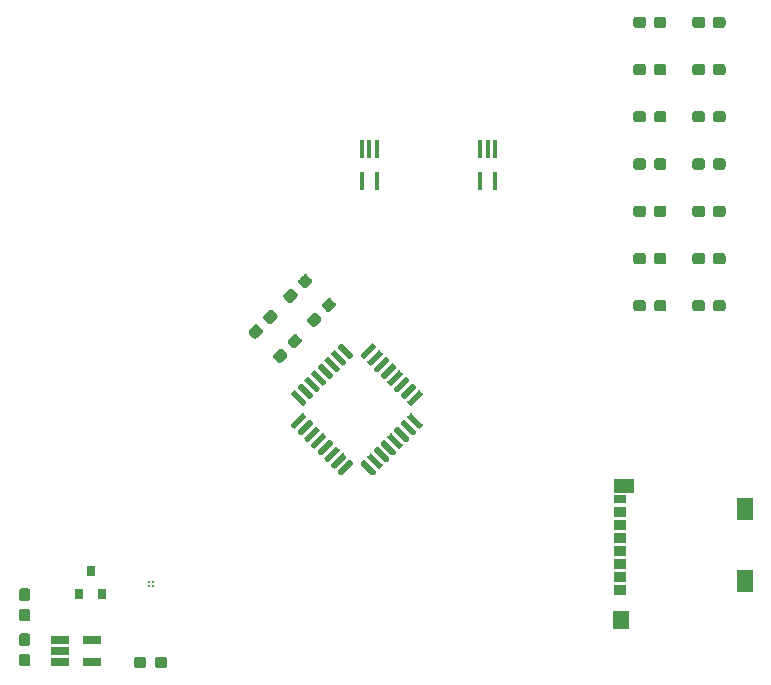
<source format=gbr>
%TF.GenerationSoftware,KiCad,Pcbnew,(5.1.4)-1*%
%TF.CreationDate,2020-10-28T09:08:47+02:00*%
%TF.ProjectId,Borta Dators,426f7274-6120-4446-9174-6f72732e6b69,rev?*%
%TF.SameCoordinates,Original*%
%TF.FileFunction,Paste,Top*%
%TF.FilePolarity,Positive*%
%FSLAX46Y46*%
G04 Gerber Fmt 4.6, Leading zero omitted, Abs format (unit mm)*
G04 Created by KiCad (PCBNEW (5.1.4)-1) date 2020-10-28 09:08:47*
%MOMM*%
%LPD*%
G04 APERTURE LIST*
%ADD10C,0.100000*%
%ADD11C,0.950000*%
%ADD12R,1.100000X0.750000*%
%ADD13R,1.100000X0.850000*%
%ADD14R,1.800000X1.170000*%
%ADD15R,1.350000X1.550000*%
%ADD16R,1.350000X1.900000*%
%ADD17R,0.800000X0.900000*%
%ADD18R,0.400000X1.500000*%
%ADD19R,1.560000X0.650000*%
%ADD20C,0.200000*%
%ADD21C,0.500000*%
G04 APERTURE END LIST*
D10*
%TO.C,C1*%
G36*
X86874779Y-109825144D02*
G01*
X86897834Y-109828563D01*
X86920443Y-109834227D01*
X86942387Y-109842079D01*
X86963457Y-109852044D01*
X86983448Y-109864026D01*
X87002168Y-109877910D01*
X87019438Y-109893562D01*
X87035090Y-109910832D01*
X87048974Y-109929552D01*
X87060956Y-109949543D01*
X87070921Y-109970613D01*
X87078773Y-109992557D01*
X87084437Y-110015166D01*
X87087856Y-110038221D01*
X87089000Y-110061500D01*
X87089000Y-110636500D01*
X87087856Y-110659779D01*
X87084437Y-110682834D01*
X87078773Y-110705443D01*
X87070921Y-110727387D01*
X87060956Y-110748457D01*
X87048974Y-110768448D01*
X87035090Y-110787168D01*
X87019438Y-110804438D01*
X87002168Y-110820090D01*
X86983448Y-110833974D01*
X86963457Y-110845956D01*
X86942387Y-110855921D01*
X86920443Y-110863773D01*
X86897834Y-110869437D01*
X86874779Y-110872856D01*
X86851500Y-110874000D01*
X86376500Y-110874000D01*
X86353221Y-110872856D01*
X86330166Y-110869437D01*
X86307557Y-110863773D01*
X86285613Y-110855921D01*
X86264543Y-110845956D01*
X86244552Y-110833974D01*
X86225832Y-110820090D01*
X86208562Y-110804438D01*
X86192910Y-110787168D01*
X86179026Y-110768448D01*
X86167044Y-110748457D01*
X86157079Y-110727387D01*
X86149227Y-110705443D01*
X86143563Y-110682834D01*
X86140144Y-110659779D01*
X86139000Y-110636500D01*
X86139000Y-110061500D01*
X86140144Y-110038221D01*
X86143563Y-110015166D01*
X86149227Y-109992557D01*
X86157079Y-109970613D01*
X86167044Y-109949543D01*
X86179026Y-109929552D01*
X86192910Y-109910832D01*
X86208562Y-109893562D01*
X86225832Y-109877910D01*
X86244552Y-109864026D01*
X86264543Y-109852044D01*
X86285613Y-109842079D01*
X86307557Y-109834227D01*
X86330166Y-109828563D01*
X86353221Y-109825144D01*
X86376500Y-109824000D01*
X86851500Y-109824000D01*
X86874779Y-109825144D01*
X86874779Y-109825144D01*
G37*
D11*
X86614000Y-110349000D03*
D10*
G36*
X86874779Y-108075144D02*
G01*
X86897834Y-108078563D01*
X86920443Y-108084227D01*
X86942387Y-108092079D01*
X86963457Y-108102044D01*
X86983448Y-108114026D01*
X87002168Y-108127910D01*
X87019438Y-108143562D01*
X87035090Y-108160832D01*
X87048974Y-108179552D01*
X87060956Y-108199543D01*
X87070921Y-108220613D01*
X87078773Y-108242557D01*
X87084437Y-108265166D01*
X87087856Y-108288221D01*
X87089000Y-108311500D01*
X87089000Y-108886500D01*
X87087856Y-108909779D01*
X87084437Y-108932834D01*
X87078773Y-108955443D01*
X87070921Y-108977387D01*
X87060956Y-108998457D01*
X87048974Y-109018448D01*
X87035090Y-109037168D01*
X87019438Y-109054438D01*
X87002168Y-109070090D01*
X86983448Y-109083974D01*
X86963457Y-109095956D01*
X86942387Y-109105921D01*
X86920443Y-109113773D01*
X86897834Y-109119437D01*
X86874779Y-109122856D01*
X86851500Y-109124000D01*
X86376500Y-109124000D01*
X86353221Y-109122856D01*
X86330166Y-109119437D01*
X86307557Y-109113773D01*
X86285613Y-109105921D01*
X86264543Y-109095956D01*
X86244552Y-109083974D01*
X86225832Y-109070090D01*
X86208562Y-109054438D01*
X86192910Y-109037168D01*
X86179026Y-109018448D01*
X86167044Y-108998457D01*
X86157079Y-108977387D01*
X86149227Y-108955443D01*
X86143563Y-108932834D01*
X86140144Y-108909779D01*
X86139000Y-108886500D01*
X86139000Y-108311500D01*
X86140144Y-108288221D01*
X86143563Y-108265166D01*
X86149227Y-108242557D01*
X86157079Y-108220613D01*
X86167044Y-108199543D01*
X86179026Y-108179552D01*
X86192910Y-108160832D01*
X86208562Y-108143562D01*
X86225832Y-108127910D01*
X86244552Y-108114026D01*
X86264543Y-108102044D01*
X86285613Y-108092079D01*
X86307557Y-108084227D01*
X86330166Y-108078563D01*
X86353221Y-108075144D01*
X86376500Y-108074000D01*
X86851500Y-108074000D01*
X86874779Y-108075144D01*
X86874779Y-108075144D01*
G37*
D11*
X86614000Y-108599000D03*
%TD*%
D10*
%TO.C,C2*%
G36*
X109184198Y-78878131D02*
G01*
X109207253Y-78881550D01*
X109229862Y-78887214D01*
X109251806Y-78895066D01*
X109272876Y-78905031D01*
X109292867Y-78917013D01*
X109311587Y-78930897D01*
X109328857Y-78946549D01*
X109664733Y-79282425D01*
X109680385Y-79299695D01*
X109694269Y-79318415D01*
X109706251Y-79338406D01*
X109716216Y-79359476D01*
X109724068Y-79381420D01*
X109729732Y-79404029D01*
X109733151Y-79427084D01*
X109734295Y-79450363D01*
X109733151Y-79473642D01*
X109729732Y-79496697D01*
X109724068Y-79519306D01*
X109716216Y-79541250D01*
X109706251Y-79562320D01*
X109694269Y-79582311D01*
X109680385Y-79601031D01*
X109664733Y-79618301D01*
X109258147Y-80024887D01*
X109240877Y-80040539D01*
X109222157Y-80054423D01*
X109202166Y-80066405D01*
X109181096Y-80076370D01*
X109159152Y-80084222D01*
X109136543Y-80089886D01*
X109113488Y-80093305D01*
X109090209Y-80094449D01*
X109066930Y-80093305D01*
X109043875Y-80089886D01*
X109021266Y-80084222D01*
X108999322Y-80076370D01*
X108978252Y-80066405D01*
X108958261Y-80054423D01*
X108939541Y-80040539D01*
X108922271Y-80024887D01*
X108586395Y-79689011D01*
X108570743Y-79671741D01*
X108556859Y-79653021D01*
X108544877Y-79633030D01*
X108534912Y-79611960D01*
X108527060Y-79590016D01*
X108521396Y-79567407D01*
X108517977Y-79544352D01*
X108516833Y-79521073D01*
X108517977Y-79497794D01*
X108521396Y-79474739D01*
X108527060Y-79452130D01*
X108534912Y-79430186D01*
X108544877Y-79409116D01*
X108556859Y-79389125D01*
X108570743Y-79370405D01*
X108586395Y-79353135D01*
X108992981Y-78946549D01*
X109010251Y-78930897D01*
X109028971Y-78917013D01*
X109048962Y-78905031D01*
X109070032Y-78895066D01*
X109091976Y-78887214D01*
X109114585Y-78881550D01*
X109137640Y-78878131D01*
X109160919Y-78876987D01*
X109184198Y-78878131D01*
X109184198Y-78878131D01*
G37*
D11*
X109125564Y-79485718D03*
D10*
G36*
X110421634Y-77640695D02*
G01*
X110444689Y-77644114D01*
X110467298Y-77649778D01*
X110489242Y-77657630D01*
X110510312Y-77667595D01*
X110530303Y-77679577D01*
X110549023Y-77693461D01*
X110566293Y-77709113D01*
X110902169Y-78044989D01*
X110917821Y-78062259D01*
X110931705Y-78080979D01*
X110943687Y-78100970D01*
X110953652Y-78122040D01*
X110961504Y-78143984D01*
X110967168Y-78166593D01*
X110970587Y-78189648D01*
X110971731Y-78212927D01*
X110970587Y-78236206D01*
X110967168Y-78259261D01*
X110961504Y-78281870D01*
X110953652Y-78303814D01*
X110943687Y-78324884D01*
X110931705Y-78344875D01*
X110917821Y-78363595D01*
X110902169Y-78380865D01*
X110495583Y-78787451D01*
X110478313Y-78803103D01*
X110459593Y-78816987D01*
X110439602Y-78828969D01*
X110418532Y-78838934D01*
X110396588Y-78846786D01*
X110373979Y-78852450D01*
X110350924Y-78855869D01*
X110327645Y-78857013D01*
X110304366Y-78855869D01*
X110281311Y-78852450D01*
X110258702Y-78846786D01*
X110236758Y-78838934D01*
X110215688Y-78828969D01*
X110195697Y-78816987D01*
X110176977Y-78803103D01*
X110159707Y-78787451D01*
X109823831Y-78451575D01*
X109808179Y-78434305D01*
X109794295Y-78415585D01*
X109782313Y-78395594D01*
X109772348Y-78374524D01*
X109764496Y-78352580D01*
X109758832Y-78329971D01*
X109755413Y-78306916D01*
X109754269Y-78283637D01*
X109755413Y-78260358D01*
X109758832Y-78237303D01*
X109764496Y-78214694D01*
X109772348Y-78192750D01*
X109782313Y-78171680D01*
X109794295Y-78151689D01*
X109808179Y-78132969D01*
X109823831Y-78115699D01*
X110230417Y-77709113D01*
X110247687Y-77693461D01*
X110266407Y-77679577D01*
X110286398Y-77667595D01*
X110307468Y-77657630D01*
X110329412Y-77649778D01*
X110352021Y-77644114D01*
X110375076Y-77640695D01*
X110398355Y-77639551D01*
X110421634Y-77640695D01*
X110421634Y-77640695D01*
G37*
D11*
X110363000Y-78248282D03*
%TD*%
D10*
%TO.C,C3*%
G36*
X111199916Y-80910131D02*
G01*
X111222971Y-80913550D01*
X111245580Y-80919214D01*
X111267524Y-80927066D01*
X111288594Y-80937031D01*
X111308585Y-80949013D01*
X111327305Y-80962897D01*
X111344575Y-80978549D01*
X111680451Y-81314425D01*
X111696103Y-81331695D01*
X111709987Y-81350415D01*
X111721969Y-81370406D01*
X111731934Y-81391476D01*
X111739786Y-81413420D01*
X111745450Y-81436029D01*
X111748869Y-81459084D01*
X111750013Y-81482363D01*
X111748869Y-81505642D01*
X111745450Y-81528697D01*
X111739786Y-81551306D01*
X111731934Y-81573250D01*
X111721969Y-81594320D01*
X111709987Y-81614311D01*
X111696103Y-81633031D01*
X111680451Y-81650301D01*
X111273865Y-82056887D01*
X111256595Y-82072539D01*
X111237875Y-82086423D01*
X111217884Y-82098405D01*
X111196814Y-82108370D01*
X111174870Y-82116222D01*
X111152261Y-82121886D01*
X111129206Y-82125305D01*
X111105927Y-82126449D01*
X111082648Y-82125305D01*
X111059593Y-82121886D01*
X111036984Y-82116222D01*
X111015040Y-82108370D01*
X110993970Y-82098405D01*
X110973979Y-82086423D01*
X110955259Y-82072539D01*
X110937989Y-82056887D01*
X110602113Y-81721011D01*
X110586461Y-81703741D01*
X110572577Y-81685021D01*
X110560595Y-81665030D01*
X110550630Y-81643960D01*
X110542778Y-81622016D01*
X110537114Y-81599407D01*
X110533695Y-81576352D01*
X110532551Y-81553073D01*
X110533695Y-81529794D01*
X110537114Y-81506739D01*
X110542778Y-81484130D01*
X110550630Y-81462186D01*
X110560595Y-81441116D01*
X110572577Y-81421125D01*
X110586461Y-81402405D01*
X110602113Y-81385135D01*
X111008699Y-80978549D01*
X111025969Y-80962897D01*
X111044689Y-80949013D01*
X111064680Y-80937031D01*
X111085750Y-80927066D01*
X111107694Y-80919214D01*
X111130303Y-80913550D01*
X111153358Y-80910131D01*
X111176637Y-80908987D01*
X111199916Y-80910131D01*
X111199916Y-80910131D01*
G37*
D11*
X111141282Y-81517718D03*
D10*
G36*
X112437352Y-79672695D02*
G01*
X112460407Y-79676114D01*
X112483016Y-79681778D01*
X112504960Y-79689630D01*
X112526030Y-79699595D01*
X112546021Y-79711577D01*
X112564741Y-79725461D01*
X112582011Y-79741113D01*
X112917887Y-80076989D01*
X112933539Y-80094259D01*
X112947423Y-80112979D01*
X112959405Y-80132970D01*
X112969370Y-80154040D01*
X112977222Y-80175984D01*
X112982886Y-80198593D01*
X112986305Y-80221648D01*
X112987449Y-80244927D01*
X112986305Y-80268206D01*
X112982886Y-80291261D01*
X112977222Y-80313870D01*
X112969370Y-80335814D01*
X112959405Y-80356884D01*
X112947423Y-80376875D01*
X112933539Y-80395595D01*
X112917887Y-80412865D01*
X112511301Y-80819451D01*
X112494031Y-80835103D01*
X112475311Y-80848987D01*
X112455320Y-80860969D01*
X112434250Y-80870934D01*
X112412306Y-80878786D01*
X112389697Y-80884450D01*
X112366642Y-80887869D01*
X112343363Y-80889013D01*
X112320084Y-80887869D01*
X112297029Y-80884450D01*
X112274420Y-80878786D01*
X112252476Y-80870934D01*
X112231406Y-80860969D01*
X112211415Y-80848987D01*
X112192695Y-80835103D01*
X112175425Y-80819451D01*
X111839549Y-80483575D01*
X111823897Y-80466305D01*
X111810013Y-80447585D01*
X111798031Y-80427594D01*
X111788066Y-80406524D01*
X111780214Y-80384580D01*
X111774550Y-80361971D01*
X111771131Y-80338916D01*
X111769987Y-80315637D01*
X111771131Y-80292358D01*
X111774550Y-80269303D01*
X111780214Y-80246694D01*
X111788066Y-80224750D01*
X111798031Y-80203680D01*
X111810013Y-80183689D01*
X111823897Y-80164969D01*
X111839549Y-80147699D01*
X112246135Y-79741113D01*
X112263405Y-79725461D01*
X112282125Y-79711577D01*
X112302116Y-79699595D01*
X112323186Y-79689630D01*
X112345130Y-79681778D01*
X112367739Y-79676114D01*
X112390794Y-79672695D01*
X112414073Y-79671551D01*
X112437352Y-79672695D01*
X112437352Y-79672695D01*
G37*
D11*
X112378718Y-80280282D03*
%TD*%
D10*
%TO.C,C4*%
G36*
X107484352Y-80672413D02*
G01*
X107507407Y-80675832D01*
X107530016Y-80681496D01*
X107551960Y-80689348D01*
X107573030Y-80699313D01*
X107593021Y-80711295D01*
X107611741Y-80725179D01*
X107629011Y-80740831D01*
X107964887Y-81076707D01*
X107980539Y-81093977D01*
X107994423Y-81112697D01*
X108006405Y-81132688D01*
X108016370Y-81153758D01*
X108024222Y-81175702D01*
X108029886Y-81198311D01*
X108033305Y-81221366D01*
X108034449Y-81244645D01*
X108033305Y-81267924D01*
X108029886Y-81290979D01*
X108024222Y-81313588D01*
X108016370Y-81335532D01*
X108006405Y-81356602D01*
X107994423Y-81376593D01*
X107980539Y-81395313D01*
X107964887Y-81412583D01*
X107558301Y-81819169D01*
X107541031Y-81834821D01*
X107522311Y-81848705D01*
X107502320Y-81860687D01*
X107481250Y-81870652D01*
X107459306Y-81878504D01*
X107436697Y-81884168D01*
X107413642Y-81887587D01*
X107390363Y-81888731D01*
X107367084Y-81887587D01*
X107344029Y-81884168D01*
X107321420Y-81878504D01*
X107299476Y-81870652D01*
X107278406Y-81860687D01*
X107258415Y-81848705D01*
X107239695Y-81834821D01*
X107222425Y-81819169D01*
X106886549Y-81483293D01*
X106870897Y-81466023D01*
X106857013Y-81447303D01*
X106845031Y-81427312D01*
X106835066Y-81406242D01*
X106827214Y-81384298D01*
X106821550Y-81361689D01*
X106818131Y-81338634D01*
X106816987Y-81315355D01*
X106818131Y-81292076D01*
X106821550Y-81269021D01*
X106827214Y-81246412D01*
X106835066Y-81224468D01*
X106845031Y-81203398D01*
X106857013Y-81183407D01*
X106870897Y-81164687D01*
X106886549Y-81147417D01*
X107293135Y-80740831D01*
X107310405Y-80725179D01*
X107329125Y-80711295D01*
X107349116Y-80699313D01*
X107370186Y-80689348D01*
X107392130Y-80681496D01*
X107414739Y-80675832D01*
X107437794Y-80672413D01*
X107461073Y-80671269D01*
X107484352Y-80672413D01*
X107484352Y-80672413D01*
G37*
D11*
X107425718Y-81280000D03*
D10*
G36*
X106246916Y-81909849D02*
G01*
X106269971Y-81913268D01*
X106292580Y-81918932D01*
X106314524Y-81926784D01*
X106335594Y-81936749D01*
X106355585Y-81948731D01*
X106374305Y-81962615D01*
X106391575Y-81978267D01*
X106727451Y-82314143D01*
X106743103Y-82331413D01*
X106756987Y-82350133D01*
X106768969Y-82370124D01*
X106778934Y-82391194D01*
X106786786Y-82413138D01*
X106792450Y-82435747D01*
X106795869Y-82458802D01*
X106797013Y-82482081D01*
X106795869Y-82505360D01*
X106792450Y-82528415D01*
X106786786Y-82551024D01*
X106778934Y-82572968D01*
X106768969Y-82594038D01*
X106756987Y-82614029D01*
X106743103Y-82632749D01*
X106727451Y-82650019D01*
X106320865Y-83056605D01*
X106303595Y-83072257D01*
X106284875Y-83086141D01*
X106264884Y-83098123D01*
X106243814Y-83108088D01*
X106221870Y-83115940D01*
X106199261Y-83121604D01*
X106176206Y-83125023D01*
X106152927Y-83126167D01*
X106129648Y-83125023D01*
X106106593Y-83121604D01*
X106083984Y-83115940D01*
X106062040Y-83108088D01*
X106040970Y-83098123D01*
X106020979Y-83086141D01*
X106002259Y-83072257D01*
X105984989Y-83056605D01*
X105649113Y-82720729D01*
X105633461Y-82703459D01*
X105619577Y-82684739D01*
X105607595Y-82664748D01*
X105597630Y-82643678D01*
X105589778Y-82621734D01*
X105584114Y-82599125D01*
X105580695Y-82576070D01*
X105579551Y-82552791D01*
X105580695Y-82529512D01*
X105584114Y-82506457D01*
X105589778Y-82483848D01*
X105597630Y-82461904D01*
X105607595Y-82440834D01*
X105619577Y-82420843D01*
X105633461Y-82402123D01*
X105649113Y-82384853D01*
X106055699Y-81978267D01*
X106072969Y-81962615D01*
X106091689Y-81948731D01*
X106111680Y-81936749D01*
X106132750Y-81926784D01*
X106154694Y-81918932D01*
X106177303Y-81913268D01*
X106200358Y-81909849D01*
X106223637Y-81908705D01*
X106246916Y-81909849D01*
X106246916Y-81909849D01*
G37*
D11*
X106188282Y-82517436D03*
%TD*%
D10*
%TO.C,D1*%
G36*
X143995779Y-55866144D02*
G01*
X144018834Y-55869563D01*
X144041443Y-55875227D01*
X144063387Y-55883079D01*
X144084457Y-55893044D01*
X144104448Y-55905026D01*
X144123168Y-55918910D01*
X144140438Y-55934562D01*
X144156090Y-55951832D01*
X144169974Y-55970552D01*
X144181956Y-55990543D01*
X144191921Y-56011613D01*
X144199773Y-56033557D01*
X144205437Y-56056166D01*
X144208856Y-56079221D01*
X144210000Y-56102500D01*
X144210000Y-56577500D01*
X144208856Y-56600779D01*
X144205437Y-56623834D01*
X144199773Y-56646443D01*
X144191921Y-56668387D01*
X144181956Y-56689457D01*
X144169974Y-56709448D01*
X144156090Y-56728168D01*
X144140438Y-56745438D01*
X144123168Y-56761090D01*
X144104448Y-56774974D01*
X144084457Y-56786956D01*
X144063387Y-56796921D01*
X144041443Y-56804773D01*
X144018834Y-56810437D01*
X143995779Y-56813856D01*
X143972500Y-56815000D01*
X143397500Y-56815000D01*
X143374221Y-56813856D01*
X143351166Y-56810437D01*
X143328557Y-56804773D01*
X143306613Y-56796921D01*
X143285543Y-56786956D01*
X143265552Y-56774974D01*
X143246832Y-56761090D01*
X143229562Y-56745438D01*
X143213910Y-56728168D01*
X143200026Y-56709448D01*
X143188044Y-56689457D01*
X143178079Y-56668387D01*
X143170227Y-56646443D01*
X143164563Y-56623834D01*
X143161144Y-56600779D01*
X143160000Y-56577500D01*
X143160000Y-56102500D01*
X143161144Y-56079221D01*
X143164563Y-56056166D01*
X143170227Y-56033557D01*
X143178079Y-56011613D01*
X143188044Y-55990543D01*
X143200026Y-55970552D01*
X143213910Y-55951832D01*
X143229562Y-55934562D01*
X143246832Y-55918910D01*
X143265552Y-55905026D01*
X143285543Y-55893044D01*
X143306613Y-55883079D01*
X143328557Y-55875227D01*
X143351166Y-55869563D01*
X143374221Y-55866144D01*
X143397500Y-55865000D01*
X143972500Y-55865000D01*
X143995779Y-55866144D01*
X143995779Y-55866144D01*
G37*
D11*
X143685000Y-56340000D03*
D10*
G36*
X145745779Y-55866144D02*
G01*
X145768834Y-55869563D01*
X145791443Y-55875227D01*
X145813387Y-55883079D01*
X145834457Y-55893044D01*
X145854448Y-55905026D01*
X145873168Y-55918910D01*
X145890438Y-55934562D01*
X145906090Y-55951832D01*
X145919974Y-55970552D01*
X145931956Y-55990543D01*
X145941921Y-56011613D01*
X145949773Y-56033557D01*
X145955437Y-56056166D01*
X145958856Y-56079221D01*
X145960000Y-56102500D01*
X145960000Y-56577500D01*
X145958856Y-56600779D01*
X145955437Y-56623834D01*
X145949773Y-56646443D01*
X145941921Y-56668387D01*
X145931956Y-56689457D01*
X145919974Y-56709448D01*
X145906090Y-56728168D01*
X145890438Y-56745438D01*
X145873168Y-56761090D01*
X145854448Y-56774974D01*
X145834457Y-56786956D01*
X145813387Y-56796921D01*
X145791443Y-56804773D01*
X145768834Y-56810437D01*
X145745779Y-56813856D01*
X145722500Y-56815000D01*
X145147500Y-56815000D01*
X145124221Y-56813856D01*
X145101166Y-56810437D01*
X145078557Y-56804773D01*
X145056613Y-56796921D01*
X145035543Y-56786956D01*
X145015552Y-56774974D01*
X144996832Y-56761090D01*
X144979562Y-56745438D01*
X144963910Y-56728168D01*
X144950026Y-56709448D01*
X144938044Y-56689457D01*
X144928079Y-56668387D01*
X144920227Y-56646443D01*
X144914563Y-56623834D01*
X144911144Y-56600779D01*
X144910000Y-56577500D01*
X144910000Y-56102500D01*
X144911144Y-56079221D01*
X144914563Y-56056166D01*
X144920227Y-56033557D01*
X144928079Y-56011613D01*
X144938044Y-55990543D01*
X144950026Y-55970552D01*
X144963910Y-55951832D01*
X144979562Y-55934562D01*
X144996832Y-55918910D01*
X145015552Y-55905026D01*
X145035543Y-55893044D01*
X145056613Y-55883079D01*
X145078557Y-55875227D01*
X145101166Y-55869563D01*
X145124221Y-55866144D01*
X145147500Y-55865000D01*
X145722500Y-55865000D01*
X145745779Y-55866144D01*
X145745779Y-55866144D01*
G37*
D11*
X145435000Y-56340000D03*
%TD*%
D10*
%TO.C,D2*%
G36*
X145745779Y-59866144D02*
G01*
X145768834Y-59869563D01*
X145791443Y-59875227D01*
X145813387Y-59883079D01*
X145834457Y-59893044D01*
X145854448Y-59905026D01*
X145873168Y-59918910D01*
X145890438Y-59934562D01*
X145906090Y-59951832D01*
X145919974Y-59970552D01*
X145931956Y-59990543D01*
X145941921Y-60011613D01*
X145949773Y-60033557D01*
X145955437Y-60056166D01*
X145958856Y-60079221D01*
X145960000Y-60102500D01*
X145960000Y-60577500D01*
X145958856Y-60600779D01*
X145955437Y-60623834D01*
X145949773Y-60646443D01*
X145941921Y-60668387D01*
X145931956Y-60689457D01*
X145919974Y-60709448D01*
X145906090Y-60728168D01*
X145890438Y-60745438D01*
X145873168Y-60761090D01*
X145854448Y-60774974D01*
X145834457Y-60786956D01*
X145813387Y-60796921D01*
X145791443Y-60804773D01*
X145768834Y-60810437D01*
X145745779Y-60813856D01*
X145722500Y-60815000D01*
X145147500Y-60815000D01*
X145124221Y-60813856D01*
X145101166Y-60810437D01*
X145078557Y-60804773D01*
X145056613Y-60796921D01*
X145035543Y-60786956D01*
X145015552Y-60774974D01*
X144996832Y-60761090D01*
X144979562Y-60745438D01*
X144963910Y-60728168D01*
X144950026Y-60709448D01*
X144938044Y-60689457D01*
X144928079Y-60668387D01*
X144920227Y-60646443D01*
X144914563Y-60623834D01*
X144911144Y-60600779D01*
X144910000Y-60577500D01*
X144910000Y-60102500D01*
X144911144Y-60079221D01*
X144914563Y-60056166D01*
X144920227Y-60033557D01*
X144928079Y-60011613D01*
X144938044Y-59990543D01*
X144950026Y-59970552D01*
X144963910Y-59951832D01*
X144979562Y-59934562D01*
X144996832Y-59918910D01*
X145015552Y-59905026D01*
X145035543Y-59893044D01*
X145056613Y-59883079D01*
X145078557Y-59875227D01*
X145101166Y-59869563D01*
X145124221Y-59866144D01*
X145147500Y-59865000D01*
X145722500Y-59865000D01*
X145745779Y-59866144D01*
X145745779Y-59866144D01*
G37*
D11*
X145435000Y-60340000D03*
D10*
G36*
X143995779Y-59866144D02*
G01*
X144018834Y-59869563D01*
X144041443Y-59875227D01*
X144063387Y-59883079D01*
X144084457Y-59893044D01*
X144104448Y-59905026D01*
X144123168Y-59918910D01*
X144140438Y-59934562D01*
X144156090Y-59951832D01*
X144169974Y-59970552D01*
X144181956Y-59990543D01*
X144191921Y-60011613D01*
X144199773Y-60033557D01*
X144205437Y-60056166D01*
X144208856Y-60079221D01*
X144210000Y-60102500D01*
X144210000Y-60577500D01*
X144208856Y-60600779D01*
X144205437Y-60623834D01*
X144199773Y-60646443D01*
X144191921Y-60668387D01*
X144181956Y-60689457D01*
X144169974Y-60709448D01*
X144156090Y-60728168D01*
X144140438Y-60745438D01*
X144123168Y-60761090D01*
X144104448Y-60774974D01*
X144084457Y-60786956D01*
X144063387Y-60796921D01*
X144041443Y-60804773D01*
X144018834Y-60810437D01*
X143995779Y-60813856D01*
X143972500Y-60815000D01*
X143397500Y-60815000D01*
X143374221Y-60813856D01*
X143351166Y-60810437D01*
X143328557Y-60804773D01*
X143306613Y-60796921D01*
X143285543Y-60786956D01*
X143265552Y-60774974D01*
X143246832Y-60761090D01*
X143229562Y-60745438D01*
X143213910Y-60728168D01*
X143200026Y-60709448D01*
X143188044Y-60689457D01*
X143178079Y-60668387D01*
X143170227Y-60646443D01*
X143164563Y-60623834D01*
X143161144Y-60600779D01*
X143160000Y-60577500D01*
X143160000Y-60102500D01*
X143161144Y-60079221D01*
X143164563Y-60056166D01*
X143170227Y-60033557D01*
X143178079Y-60011613D01*
X143188044Y-59990543D01*
X143200026Y-59970552D01*
X143213910Y-59951832D01*
X143229562Y-59934562D01*
X143246832Y-59918910D01*
X143265552Y-59905026D01*
X143285543Y-59893044D01*
X143306613Y-59883079D01*
X143328557Y-59875227D01*
X143351166Y-59869563D01*
X143374221Y-59866144D01*
X143397500Y-59865000D01*
X143972500Y-59865000D01*
X143995779Y-59866144D01*
X143995779Y-59866144D01*
G37*
D11*
X143685000Y-60340000D03*
%TD*%
D10*
%TO.C,D3*%
G36*
X145745779Y-63866144D02*
G01*
X145768834Y-63869563D01*
X145791443Y-63875227D01*
X145813387Y-63883079D01*
X145834457Y-63893044D01*
X145854448Y-63905026D01*
X145873168Y-63918910D01*
X145890438Y-63934562D01*
X145906090Y-63951832D01*
X145919974Y-63970552D01*
X145931956Y-63990543D01*
X145941921Y-64011613D01*
X145949773Y-64033557D01*
X145955437Y-64056166D01*
X145958856Y-64079221D01*
X145960000Y-64102500D01*
X145960000Y-64577500D01*
X145958856Y-64600779D01*
X145955437Y-64623834D01*
X145949773Y-64646443D01*
X145941921Y-64668387D01*
X145931956Y-64689457D01*
X145919974Y-64709448D01*
X145906090Y-64728168D01*
X145890438Y-64745438D01*
X145873168Y-64761090D01*
X145854448Y-64774974D01*
X145834457Y-64786956D01*
X145813387Y-64796921D01*
X145791443Y-64804773D01*
X145768834Y-64810437D01*
X145745779Y-64813856D01*
X145722500Y-64815000D01*
X145147500Y-64815000D01*
X145124221Y-64813856D01*
X145101166Y-64810437D01*
X145078557Y-64804773D01*
X145056613Y-64796921D01*
X145035543Y-64786956D01*
X145015552Y-64774974D01*
X144996832Y-64761090D01*
X144979562Y-64745438D01*
X144963910Y-64728168D01*
X144950026Y-64709448D01*
X144938044Y-64689457D01*
X144928079Y-64668387D01*
X144920227Y-64646443D01*
X144914563Y-64623834D01*
X144911144Y-64600779D01*
X144910000Y-64577500D01*
X144910000Y-64102500D01*
X144911144Y-64079221D01*
X144914563Y-64056166D01*
X144920227Y-64033557D01*
X144928079Y-64011613D01*
X144938044Y-63990543D01*
X144950026Y-63970552D01*
X144963910Y-63951832D01*
X144979562Y-63934562D01*
X144996832Y-63918910D01*
X145015552Y-63905026D01*
X145035543Y-63893044D01*
X145056613Y-63883079D01*
X145078557Y-63875227D01*
X145101166Y-63869563D01*
X145124221Y-63866144D01*
X145147500Y-63865000D01*
X145722500Y-63865000D01*
X145745779Y-63866144D01*
X145745779Y-63866144D01*
G37*
D11*
X145435000Y-64340000D03*
D10*
G36*
X143995779Y-63866144D02*
G01*
X144018834Y-63869563D01*
X144041443Y-63875227D01*
X144063387Y-63883079D01*
X144084457Y-63893044D01*
X144104448Y-63905026D01*
X144123168Y-63918910D01*
X144140438Y-63934562D01*
X144156090Y-63951832D01*
X144169974Y-63970552D01*
X144181956Y-63990543D01*
X144191921Y-64011613D01*
X144199773Y-64033557D01*
X144205437Y-64056166D01*
X144208856Y-64079221D01*
X144210000Y-64102500D01*
X144210000Y-64577500D01*
X144208856Y-64600779D01*
X144205437Y-64623834D01*
X144199773Y-64646443D01*
X144191921Y-64668387D01*
X144181956Y-64689457D01*
X144169974Y-64709448D01*
X144156090Y-64728168D01*
X144140438Y-64745438D01*
X144123168Y-64761090D01*
X144104448Y-64774974D01*
X144084457Y-64786956D01*
X144063387Y-64796921D01*
X144041443Y-64804773D01*
X144018834Y-64810437D01*
X143995779Y-64813856D01*
X143972500Y-64815000D01*
X143397500Y-64815000D01*
X143374221Y-64813856D01*
X143351166Y-64810437D01*
X143328557Y-64804773D01*
X143306613Y-64796921D01*
X143285543Y-64786956D01*
X143265552Y-64774974D01*
X143246832Y-64761090D01*
X143229562Y-64745438D01*
X143213910Y-64728168D01*
X143200026Y-64709448D01*
X143188044Y-64689457D01*
X143178079Y-64668387D01*
X143170227Y-64646443D01*
X143164563Y-64623834D01*
X143161144Y-64600779D01*
X143160000Y-64577500D01*
X143160000Y-64102500D01*
X143161144Y-64079221D01*
X143164563Y-64056166D01*
X143170227Y-64033557D01*
X143178079Y-64011613D01*
X143188044Y-63990543D01*
X143200026Y-63970552D01*
X143213910Y-63951832D01*
X143229562Y-63934562D01*
X143246832Y-63918910D01*
X143265552Y-63905026D01*
X143285543Y-63893044D01*
X143306613Y-63883079D01*
X143328557Y-63875227D01*
X143351166Y-63869563D01*
X143374221Y-63866144D01*
X143397500Y-63865000D01*
X143972500Y-63865000D01*
X143995779Y-63866144D01*
X143995779Y-63866144D01*
G37*
D11*
X143685000Y-64340000D03*
%TD*%
D10*
%TO.C,D4*%
G36*
X145745779Y-67866144D02*
G01*
X145768834Y-67869563D01*
X145791443Y-67875227D01*
X145813387Y-67883079D01*
X145834457Y-67893044D01*
X145854448Y-67905026D01*
X145873168Y-67918910D01*
X145890438Y-67934562D01*
X145906090Y-67951832D01*
X145919974Y-67970552D01*
X145931956Y-67990543D01*
X145941921Y-68011613D01*
X145949773Y-68033557D01*
X145955437Y-68056166D01*
X145958856Y-68079221D01*
X145960000Y-68102500D01*
X145960000Y-68577500D01*
X145958856Y-68600779D01*
X145955437Y-68623834D01*
X145949773Y-68646443D01*
X145941921Y-68668387D01*
X145931956Y-68689457D01*
X145919974Y-68709448D01*
X145906090Y-68728168D01*
X145890438Y-68745438D01*
X145873168Y-68761090D01*
X145854448Y-68774974D01*
X145834457Y-68786956D01*
X145813387Y-68796921D01*
X145791443Y-68804773D01*
X145768834Y-68810437D01*
X145745779Y-68813856D01*
X145722500Y-68815000D01*
X145147500Y-68815000D01*
X145124221Y-68813856D01*
X145101166Y-68810437D01*
X145078557Y-68804773D01*
X145056613Y-68796921D01*
X145035543Y-68786956D01*
X145015552Y-68774974D01*
X144996832Y-68761090D01*
X144979562Y-68745438D01*
X144963910Y-68728168D01*
X144950026Y-68709448D01*
X144938044Y-68689457D01*
X144928079Y-68668387D01*
X144920227Y-68646443D01*
X144914563Y-68623834D01*
X144911144Y-68600779D01*
X144910000Y-68577500D01*
X144910000Y-68102500D01*
X144911144Y-68079221D01*
X144914563Y-68056166D01*
X144920227Y-68033557D01*
X144928079Y-68011613D01*
X144938044Y-67990543D01*
X144950026Y-67970552D01*
X144963910Y-67951832D01*
X144979562Y-67934562D01*
X144996832Y-67918910D01*
X145015552Y-67905026D01*
X145035543Y-67893044D01*
X145056613Y-67883079D01*
X145078557Y-67875227D01*
X145101166Y-67869563D01*
X145124221Y-67866144D01*
X145147500Y-67865000D01*
X145722500Y-67865000D01*
X145745779Y-67866144D01*
X145745779Y-67866144D01*
G37*
D11*
X145435000Y-68340000D03*
D10*
G36*
X143995779Y-67866144D02*
G01*
X144018834Y-67869563D01*
X144041443Y-67875227D01*
X144063387Y-67883079D01*
X144084457Y-67893044D01*
X144104448Y-67905026D01*
X144123168Y-67918910D01*
X144140438Y-67934562D01*
X144156090Y-67951832D01*
X144169974Y-67970552D01*
X144181956Y-67990543D01*
X144191921Y-68011613D01*
X144199773Y-68033557D01*
X144205437Y-68056166D01*
X144208856Y-68079221D01*
X144210000Y-68102500D01*
X144210000Y-68577500D01*
X144208856Y-68600779D01*
X144205437Y-68623834D01*
X144199773Y-68646443D01*
X144191921Y-68668387D01*
X144181956Y-68689457D01*
X144169974Y-68709448D01*
X144156090Y-68728168D01*
X144140438Y-68745438D01*
X144123168Y-68761090D01*
X144104448Y-68774974D01*
X144084457Y-68786956D01*
X144063387Y-68796921D01*
X144041443Y-68804773D01*
X144018834Y-68810437D01*
X143995779Y-68813856D01*
X143972500Y-68815000D01*
X143397500Y-68815000D01*
X143374221Y-68813856D01*
X143351166Y-68810437D01*
X143328557Y-68804773D01*
X143306613Y-68796921D01*
X143285543Y-68786956D01*
X143265552Y-68774974D01*
X143246832Y-68761090D01*
X143229562Y-68745438D01*
X143213910Y-68728168D01*
X143200026Y-68709448D01*
X143188044Y-68689457D01*
X143178079Y-68668387D01*
X143170227Y-68646443D01*
X143164563Y-68623834D01*
X143161144Y-68600779D01*
X143160000Y-68577500D01*
X143160000Y-68102500D01*
X143161144Y-68079221D01*
X143164563Y-68056166D01*
X143170227Y-68033557D01*
X143178079Y-68011613D01*
X143188044Y-67990543D01*
X143200026Y-67970552D01*
X143213910Y-67951832D01*
X143229562Y-67934562D01*
X143246832Y-67918910D01*
X143265552Y-67905026D01*
X143285543Y-67893044D01*
X143306613Y-67883079D01*
X143328557Y-67875227D01*
X143351166Y-67869563D01*
X143374221Y-67866144D01*
X143397500Y-67865000D01*
X143972500Y-67865000D01*
X143995779Y-67866144D01*
X143995779Y-67866144D01*
G37*
D11*
X143685000Y-68340000D03*
%TD*%
D10*
%TO.C,D5*%
G36*
X143995779Y-71866144D02*
G01*
X144018834Y-71869563D01*
X144041443Y-71875227D01*
X144063387Y-71883079D01*
X144084457Y-71893044D01*
X144104448Y-71905026D01*
X144123168Y-71918910D01*
X144140438Y-71934562D01*
X144156090Y-71951832D01*
X144169974Y-71970552D01*
X144181956Y-71990543D01*
X144191921Y-72011613D01*
X144199773Y-72033557D01*
X144205437Y-72056166D01*
X144208856Y-72079221D01*
X144210000Y-72102500D01*
X144210000Y-72577500D01*
X144208856Y-72600779D01*
X144205437Y-72623834D01*
X144199773Y-72646443D01*
X144191921Y-72668387D01*
X144181956Y-72689457D01*
X144169974Y-72709448D01*
X144156090Y-72728168D01*
X144140438Y-72745438D01*
X144123168Y-72761090D01*
X144104448Y-72774974D01*
X144084457Y-72786956D01*
X144063387Y-72796921D01*
X144041443Y-72804773D01*
X144018834Y-72810437D01*
X143995779Y-72813856D01*
X143972500Y-72815000D01*
X143397500Y-72815000D01*
X143374221Y-72813856D01*
X143351166Y-72810437D01*
X143328557Y-72804773D01*
X143306613Y-72796921D01*
X143285543Y-72786956D01*
X143265552Y-72774974D01*
X143246832Y-72761090D01*
X143229562Y-72745438D01*
X143213910Y-72728168D01*
X143200026Y-72709448D01*
X143188044Y-72689457D01*
X143178079Y-72668387D01*
X143170227Y-72646443D01*
X143164563Y-72623834D01*
X143161144Y-72600779D01*
X143160000Y-72577500D01*
X143160000Y-72102500D01*
X143161144Y-72079221D01*
X143164563Y-72056166D01*
X143170227Y-72033557D01*
X143178079Y-72011613D01*
X143188044Y-71990543D01*
X143200026Y-71970552D01*
X143213910Y-71951832D01*
X143229562Y-71934562D01*
X143246832Y-71918910D01*
X143265552Y-71905026D01*
X143285543Y-71893044D01*
X143306613Y-71883079D01*
X143328557Y-71875227D01*
X143351166Y-71869563D01*
X143374221Y-71866144D01*
X143397500Y-71865000D01*
X143972500Y-71865000D01*
X143995779Y-71866144D01*
X143995779Y-71866144D01*
G37*
D11*
X143685000Y-72340000D03*
D10*
G36*
X145745779Y-71866144D02*
G01*
X145768834Y-71869563D01*
X145791443Y-71875227D01*
X145813387Y-71883079D01*
X145834457Y-71893044D01*
X145854448Y-71905026D01*
X145873168Y-71918910D01*
X145890438Y-71934562D01*
X145906090Y-71951832D01*
X145919974Y-71970552D01*
X145931956Y-71990543D01*
X145941921Y-72011613D01*
X145949773Y-72033557D01*
X145955437Y-72056166D01*
X145958856Y-72079221D01*
X145960000Y-72102500D01*
X145960000Y-72577500D01*
X145958856Y-72600779D01*
X145955437Y-72623834D01*
X145949773Y-72646443D01*
X145941921Y-72668387D01*
X145931956Y-72689457D01*
X145919974Y-72709448D01*
X145906090Y-72728168D01*
X145890438Y-72745438D01*
X145873168Y-72761090D01*
X145854448Y-72774974D01*
X145834457Y-72786956D01*
X145813387Y-72796921D01*
X145791443Y-72804773D01*
X145768834Y-72810437D01*
X145745779Y-72813856D01*
X145722500Y-72815000D01*
X145147500Y-72815000D01*
X145124221Y-72813856D01*
X145101166Y-72810437D01*
X145078557Y-72804773D01*
X145056613Y-72796921D01*
X145035543Y-72786956D01*
X145015552Y-72774974D01*
X144996832Y-72761090D01*
X144979562Y-72745438D01*
X144963910Y-72728168D01*
X144950026Y-72709448D01*
X144938044Y-72689457D01*
X144928079Y-72668387D01*
X144920227Y-72646443D01*
X144914563Y-72623834D01*
X144911144Y-72600779D01*
X144910000Y-72577500D01*
X144910000Y-72102500D01*
X144911144Y-72079221D01*
X144914563Y-72056166D01*
X144920227Y-72033557D01*
X144928079Y-72011613D01*
X144938044Y-71990543D01*
X144950026Y-71970552D01*
X144963910Y-71951832D01*
X144979562Y-71934562D01*
X144996832Y-71918910D01*
X145015552Y-71905026D01*
X145035543Y-71893044D01*
X145056613Y-71883079D01*
X145078557Y-71875227D01*
X145101166Y-71869563D01*
X145124221Y-71866144D01*
X145147500Y-71865000D01*
X145722500Y-71865000D01*
X145745779Y-71866144D01*
X145745779Y-71866144D01*
G37*
D11*
X145435000Y-72340000D03*
%TD*%
D10*
%TO.C,D6*%
G36*
X145745779Y-75866144D02*
G01*
X145768834Y-75869563D01*
X145791443Y-75875227D01*
X145813387Y-75883079D01*
X145834457Y-75893044D01*
X145854448Y-75905026D01*
X145873168Y-75918910D01*
X145890438Y-75934562D01*
X145906090Y-75951832D01*
X145919974Y-75970552D01*
X145931956Y-75990543D01*
X145941921Y-76011613D01*
X145949773Y-76033557D01*
X145955437Y-76056166D01*
X145958856Y-76079221D01*
X145960000Y-76102500D01*
X145960000Y-76577500D01*
X145958856Y-76600779D01*
X145955437Y-76623834D01*
X145949773Y-76646443D01*
X145941921Y-76668387D01*
X145931956Y-76689457D01*
X145919974Y-76709448D01*
X145906090Y-76728168D01*
X145890438Y-76745438D01*
X145873168Y-76761090D01*
X145854448Y-76774974D01*
X145834457Y-76786956D01*
X145813387Y-76796921D01*
X145791443Y-76804773D01*
X145768834Y-76810437D01*
X145745779Y-76813856D01*
X145722500Y-76815000D01*
X145147500Y-76815000D01*
X145124221Y-76813856D01*
X145101166Y-76810437D01*
X145078557Y-76804773D01*
X145056613Y-76796921D01*
X145035543Y-76786956D01*
X145015552Y-76774974D01*
X144996832Y-76761090D01*
X144979562Y-76745438D01*
X144963910Y-76728168D01*
X144950026Y-76709448D01*
X144938044Y-76689457D01*
X144928079Y-76668387D01*
X144920227Y-76646443D01*
X144914563Y-76623834D01*
X144911144Y-76600779D01*
X144910000Y-76577500D01*
X144910000Y-76102500D01*
X144911144Y-76079221D01*
X144914563Y-76056166D01*
X144920227Y-76033557D01*
X144928079Y-76011613D01*
X144938044Y-75990543D01*
X144950026Y-75970552D01*
X144963910Y-75951832D01*
X144979562Y-75934562D01*
X144996832Y-75918910D01*
X145015552Y-75905026D01*
X145035543Y-75893044D01*
X145056613Y-75883079D01*
X145078557Y-75875227D01*
X145101166Y-75869563D01*
X145124221Y-75866144D01*
X145147500Y-75865000D01*
X145722500Y-75865000D01*
X145745779Y-75866144D01*
X145745779Y-75866144D01*
G37*
D11*
X145435000Y-76340000D03*
D10*
G36*
X143995779Y-75866144D02*
G01*
X144018834Y-75869563D01*
X144041443Y-75875227D01*
X144063387Y-75883079D01*
X144084457Y-75893044D01*
X144104448Y-75905026D01*
X144123168Y-75918910D01*
X144140438Y-75934562D01*
X144156090Y-75951832D01*
X144169974Y-75970552D01*
X144181956Y-75990543D01*
X144191921Y-76011613D01*
X144199773Y-76033557D01*
X144205437Y-76056166D01*
X144208856Y-76079221D01*
X144210000Y-76102500D01*
X144210000Y-76577500D01*
X144208856Y-76600779D01*
X144205437Y-76623834D01*
X144199773Y-76646443D01*
X144191921Y-76668387D01*
X144181956Y-76689457D01*
X144169974Y-76709448D01*
X144156090Y-76728168D01*
X144140438Y-76745438D01*
X144123168Y-76761090D01*
X144104448Y-76774974D01*
X144084457Y-76786956D01*
X144063387Y-76796921D01*
X144041443Y-76804773D01*
X144018834Y-76810437D01*
X143995779Y-76813856D01*
X143972500Y-76815000D01*
X143397500Y-76815000D01*
X143374221Y-76813856D01*
X143351166Y-76810437D01*
X143328557Y-76804773D01*
X143306613Y-76796921D01*
X143285543Y-76786956D01*
X143265552Y-76774974D01*
X143246832Y-76761090D01*
X143229562Y-76745438D01*
X143213910Y-76728168D01*
X143200026Y-76709448D01*
X143188044Y-76689457D01*
X143178079Y-76668387D01*
X143170227Y-76646443D01*
X143164563Y-76623834D01*
X143161144Y-76600779D01*
X143160000Y-76577500D01*
X143160000Y-76102500D01*
X143161144Y-76079221D01*
X143164563Y-76056166D01*
X143170227Y-76033557D01*
X143178079Y-76011613D01*
X143188044Y-75990543D01*
X143200026Y-75970552D01*
X143213910Y-75951832D01*
X143229562Y-75934562D01*
X143246832Y-75918910D01*
X143265552Y-75905026D01*
X143285543Y-75893044D01*
X143306613Y-75883079D01*
X143328557Y-75875227D01*
X143351166Y-75869563D01*
X143374221Y-75866144D01*
X143397500Y-75865000D01*
X143972500Y-75865000D01*
X143995779Y-75866144D01*
X143995779Y-75866144D01*
G37*
D11*
X143685000Y-76340000D03*
%TD*%
D10*
%TO.C,D7*%
G36*
X143995779Y-79866144D02*
G01*
X144018834Y-79869563D01*
X144041443Y-79875227D01*
X144063387Y-79883079D01*
X144084457Y-79893044D01*
X144104448Y-79905026D01*
X144123168Y-79918910D01*
X144140438Y-79934562D01*
X144156090Y-79951832D01*
X144169974Y-79970552D01*
X144181956Y-79990543D01*
X144191921Y-80011613D01*
X144199773Y-80033557D01*
X144205437Y-80056166D01*
X144208856Y-80079221D01*
X144210000Y-80102500D01*
X144210000Y-80577500D01*
X144208856Y-80600779D01*
X144205437Y-80623834D01*
X144199773Y-80646443D01*
X144191921Y-80668387D01*
X144181956Y-80689457D01*
X144169974Y-80709448D01*
X144156090Y-80728168D01*
X144140438Y-80745438D01*
X144123168Y-80761090D01*
X144104448Y-80774974D01*
X144084457Y-80786956D01*
X144063387Y-80796921D01*
X144041443Y-80804773D01*
X144018834Y-80810437D01*
X143995779Y-80813856D01*
X143972500Y-80815000D01*
X143397500Y-80815000D01*
X143374221Y-80813856D01*
X143351166Y-80810437D01*
X143328557Y-80804773D01*
X143306613Y-80796921D01*
X143285543Y-80786956D01*
X143265552Y-80774974D01*
X143246832Y-80761090D01*
X143229562Y-80745438D01*
X143213910Y-80728168D01*
X143200026Y-80709448D01*
X143188044Y-80689457D01*
X143178079Y-80668387D01*
X143170227Y-80646443D01*
X143164563Y-80623834D01*
X143161144Y-80600779D01*
X143160000Y-80577500D01*
X143160000Y-80102500D01*
X143161144Y-80079221D01*
X143164563Y-80056166D01*
X143170227Y-80033557D01*
X143178079Y-80011613D01*
X143188044Y-79990543D01*
X143200026Y-79970552D01*
X143213910Y-79951832D01*
X143229562Y-79934562D01*
X143246832Y-79918910D01*
X143265552Y-79905026D01*
X143285543Y-79893044D01*
X143306613Y-79883079D01*
X143328557Y-79875227D01*
X143351166Y-79869563D01*
X143374221Y-79866144D01*
X143397500Y-79865000D01*
X143972500Y-79865000D01*
X143995779Y-79866144D01*
X143995779Y-79866144D01*
G37*
D11*
X143685000Y-80340000D03*
D10*
G36*
X145745779Y-79866144D02*
G01*
X145768834Y-79869563D01*
X145791443Y-79875227D01*
X145813387Y-79883079D01*
X145834457Y-79893044D01*
X145854448Y-79905026D01*
X145873168Y-79918910D01*
X145890438Y-79934562D01*
X145906090Y-79951832D01*
X145919974Y-79970552D01*
X145931956Y-79990543D01*
X145941921Y-80011613D01*
X145949773Y-80033557D01*
X145955437Y-80056166D01*
X145958856Y-80079221D01*
X145960000Y-80102500D01*
X145960000Y-80577500D01*
X145958856Y-80600779D01*
X145955437Y-80623834D01*
X145949773Y-80646443D01*
X145941921Y-80668387D01*
X145931956Y-80689457D01*
X145919974Y-80709448D01*
X145906090Y-80728168D01*
X145890438Y-80745438D01*
X145873168Y-80761090D01*
X145854448Y-80774974D01*
X145834457Y-80786956D01*
X145813387Y-80796921D01*
X145791443Y-80804773D01*
X145768834Y-80810437D01*
X145745779Y-80813856D01*
X145722500Y-80815000D01*
X145147500Y-80815000D01*
X145124221Y-80813856D01*
X145101166Y-80810437D01*
X145078557Y-80804773D01*
X145056613Y-80796921D01*
X145035543Y-80786956D01*
X145015552Y-80774974D01*
X144996832Y-80761090D01*
X144979562Y-80745438D01*
X144963910Y-80728168D01*
X144950026Y-80709448D01*
X144938044Y-80689457D01*
X144928079Y-80668387D01*
X144920227Y-80646443D01*
X144914563Y-80623834D01*
X144911144Y-80600779D01*
X144910000Y-80577500D01*
X144910000Y-80102500D01*
X144911144Y-80079221D01*
X144914563Y-80056166D01*
X144920227Y-80033557D01*
X144928079Y-80011613D01*
X144938044Y-79990543D01*
X144950026Y-79970552D01*
X144963910Y-79951832D01*
X144979562Y-79934562D01*
X144996832Y-79918910D01*
X145015552Y-79905026D01*
X145035543Y-79893044D01*
X145056613Y-79883079D01*
X145078557Y-79875227D01*
X145101166Y-79869563D01*
X145124221Y-79866144D01*
X145147500Y-79865000D01*
X145722500Y-79865000D01*
X145745779Y-79866144D01*
X145745779Y-79866144D01*
G37*
D11*
X145435000Y-80340000D03*
%TD*%
D12*
%TO.C,J2*%
X137010000Y-96720000D03*
D13*
X137010000Y-97820000D03*
X137010000Y-98920000D03*
X137010000Y-100020000D03*
X137010000Y-101120000D03*
X137010000Y-102220000D03*
X137010000Y-103320000D03*
X137010000Y-104420000D03*
D14*
X137360000Y-95620000D03*
D15*
X137140000Y-106920000D03*
D16*
X147610000Y-103620000D03*
X147610000Y-97520000D03*
%TD*%
D17*
%TO.C,Q1*%
X91252000Y-104759000D03*
X93152000Y-104759000D03*
X92202000Y-102759000D03*
%TD*%
D10*
%TO.C,R1*%
G36*
X98453779Y-110066944D02*
G01*
X98476834Y-110070363D01*
X98499443Y-110076027D01*
X98521387Y-110083879D01*
X98542457Y-110093844D01*
X98562448Y-110105826D01*
X98581168Y-110119710D01*
X98598438Y-110135362D01*
X98614090Y-110152632D01*
X98627974Y-110171352D01*
X98639956Y-110191343D01*
X98649921Y-110212413D01*
X98657773Y-110234357D01*
X98663437Y-110256966D01*
X98666856Y-110280021D01*
X98668000Y-110303300D01*
X98668000Y-110778300D01*
X98666856Y-110801579D01*
X98663437Y-110824634D01*
X98657773Y-110847243D01*
X98649921Y-110869187D01*
X98639956Y-110890257D01*
X98627974Y-110910248D01*
X98614090Y-110928968D01*
X98598438Y-110946238D01*
X98581168Y-110961890D01*
X98562448Y-110975774D01*
X98542457Y-110987756D01*
X98521387Y-110997721D01*
X98499443Y-111005573D01*
X98476834Y-111011237D01*
X98453779Y-111014656D01*
X98430500Y-111015800D01*
X97855500Y-111015800D01*
X97832221Y-111014656D01*
X97809166Y-111011237D01*
X97786557Y-111005573D01*
X97764613Y-110997721D01*
X97743543Y-110987756D01*
X97723552Y-110975774D01*
X97704832Y-110961890D01*
X97687562Y-110946238D01*
X97671910Y-110928968D01*
X97658026Y-110910248D01*
X97646044Y-110890257D01*
X97636079Y-110869187D01*
X97628227Y-110847243D01*
X97622563Y-110824634D01*
X97619144Y-110801579D01*
X97618000Y-110778300D01*
X97618000Y-110303300D01*
X97619144Y-110280021D01*
X97622563Y-110256966D01*
X97628227Y-110234357D01*
X97636079Y-110212413D01*
X97646044Y-110191343D01*
X97658026Y-110171352D01*
X97671910Y-110152632D01*
X97687562Y-110135362D01*
X97704832Y-110119710D01*
X97723552Y-110105826D01*
X97743543Y-110093844D01*
X97764613Y-110083879D01*
X97786557Y-110076027D01*
X97809166Y-110070363D01*
X97832221Y-110066944D01*
X97855500Y-110065800D01*
X98430500Y-110065800D01*
X98453779Y-110066944D01*
X98453779Y-110066944D01*
G37*
D11*
X98143000Y-110540800D03*
D10*
G36*
X96703779Y-110066944D02*
G01*
X96726834Y-110070363D01*
X96749443Y-110076027D01*
X96771387Y-110083879D01*
X96792457Y-110093844D01*
X96812448Y-110105826D01*
X96831168Y-110119710D01*
X96848438Y-110135362D01*
X96864090Y-110152632D01*
X96877974Y-110171352D01*
X96889956Y-110191343D01*
X96899921Y-110212413D01*
X96907773Y-110234357D01*
X96913437Y-110256966D01*
X96916856Y-110280021D01*
X96918000Y-110303300D01*
X96918000Y-110778300D01*
X96916856Y-110801579D01*
X96913437Y-110824634D01*
X96907773Y-110847243D01*
X96899921Y-110869187D01*
X96889956Y-110890257D01*
X96877974Y-110910248D01*
X96864090Y-110928968D01*
X96848438Y-110946238D01*
X96831168Y-110961890D01*
X96812448Y-110975774D01*
X96792457Y-110987756D01*
X96771387Y-110997721D01*
X96749443Y-111005573D01*
X96726834Y-111011237D01*
X96703779Y-111014656D01*
X96680500Y-111015800D01*
X96105500Y-111015800D01*
X96082221Y-111014656D01*
X96059166Y-111011237D01*
X96036557Y-111005573D01*
X96014613Y-110997721D01*
X95993543Y-110987756D01*
X95973552Y-110975774D01*
X95954832Y-110961890D01*
X95937562Y-110946238D01*
X95921910Y-110928968D01*
X95908026Y-110910248D01*
X95896044Y-110890257D01*
X95886079Y-110869187D01*
X95878227Y-110847243D01*
X95872563Y-110824634D01*
X95869144Y-110801579D01*
X95868000Y-110778300D01*
X95868000Y-110303300D01*
X95869144Y-110280021D01*
X95872563Y-110256966D01*
X95878227Y-110234357D01*
X95886079Y-110212413D01*
X95896044Y-110191343D01*
X95908026Y-110171352D01*
X95921910Y-110152632D01*
X95937562Y-110135362D01*
X95954832Y-110119710D01*
X95973552Y-110105826D01*
X95993543Y-110093844D01*
X96014613Y-110083879D01*
X96036557Y-110076027D01*
X96059166Y-110070363D01*
X96082221Y-110066944D01*
X96105500Y-110065800D01*
X96680500Y-110065800D01*
X96703779Y-110066944D01*
X96703779Y-110066944D01*
G37*
D11*
X96393000Y-110540800D03*
%TD*%
D10*
%TO.C,R3*%
G36*
X108318916Y-83958131D02*
G01*
X108341971Y-83961550D01*
X108364580Y-83967214D01*
X108386524Y-83975066D01*
X108407594Y-83985031D01*
X108427585Y-83997013D01*
X108446305Y-84010897D01*
X108463575Y-84026549D01*
X108799451Y-84362425D01*
X108815103Y-84379695D01*
X108828987Y-84398415D01*
X108840969Y-84418406D01*
X108850934Y-84439476D01*
X108858786Y-84461420D01*
X108864450Y-84484029D01*
X108867869Y-84507084D01*
X108869013Y-84530363D01*
X108867869Y-84553642D01*
X108864450Y-84576697D01*
X108858786Y-84599306D01*
X108850934Y-84621250D01*
X108840969Y-84642320D01*
X108828987Y-84662311D01*
X108815103Y-84681031D01*
X108799451Y-84698301D01*
X108392865Y-85104887D01*
X108375595Y-85120539D01*
X108356875Y-85134423D01*
X108336884Y-85146405D01*
X108315814Y-85156370D01*
X108293870Y-85164222D01*
X108271261Y-85169886D01*
X108248206Y-85173305D01*
X108224927Y-85174449D01*
X108201648Y-85173305D01*
X108178593Y-85169886D01*
X108155984Y-85164222D01*
X108134040Y-85156370D01*
X108112970Y-85146405D01*
X108092979Y-85134423D01*
X108074259Y-85120539D01*
X108056989Y-85104887D01*
X107721113Y-84769011D01*
X107705461Y-84751741D01*
X107691577Y-84733021D01*
X107679595Y-84713030D01*
X107669630Y-84691960D01*
X107661778Y-84670016D01*
X107656114Y-84647407D01*
X107652695Y-84624352D01*
X107651551Y-84601073D01*
X107652695Y-84577794D01*
X107656114Y-84554739D01*
X107661778Y-84532130D01*
X107669630Y-84510186D01*
X107679595Y-84489116D01*
X107691577Y-84469125D01*
X107705461Y-84450405D01*
X107721113Y-84433135D01*
X108127699Y-84026549D01*
X108144969Y-84010897D01*
X108163689Y-83997013D01*
X108183680Y-83985031D01*
X108204750Y-83975066D01*
X108226694Y-83967214D01*
X108249303Y-83961550D01*
X108272358Y-83958131D01*
X108295637Y-83956987D01*
X108318916Y-83958131D01*
X108318916Y-83958131D01*
G37*
D11*
X108260282Y-84565718D03*
D10*
G36*
X109556352Y-82720695D02*
G01*
X109579407Y-82724114D01*
X109602016Y-82729778D01*
X109623960Y-82737630D01*
X109645030Y-82747595D01*
X109665021Y-82759577D01*
X109683741Y-82773461D01*
X109701011Y-82789113D01*
X110036887Y-83124989D01*
X110052539Y-83142259D01*
X110066423Y-83160979D01*
X110078405Y-83180970D01*
X110088370Y-83202040D01*
X110096222Y-83223984D01*
X110101886Y-83246593D01*
X110105305Y-83269648D01*
X110106449Y-83292927D01*
X110105305Y-83316206D01*
X110101886Y-83339261D01*
X110096222Y-83361870D01*
X110088370Y-83383814D01*
X110078405Y-83404884D01*
X110066423Y-83424875D01*
X110052539Y-83443595D01*
X110036887Y-83460865D01*
X109630301Y-83867451D01*
X109613031Y-83883103D01*
X109594311Y-83896987D01*
X109574320Y-83908969D01*
X109553250Y-83918934D01*
X109531306Y-83926786D01*
X109508697Y-83932450D01*
X109485642Y-83935869D01*
X109462363Y-83937013D01*
X109439084Y-83935869D01*
X109416029Y-83932450D01*
X109393420Y-83926786D01*
X109371476Y-83918934D01*
X109350406Y-83908969D01*
X109330415Y-83896987D01*
X109311695Y-83883103D01*
X109294425Y-83867451D01*
X108958549Y-83531575D01*
X108942897Y-83514305D01*
X108929013Y-83495585D01*
X108917031Y-83475594D01*
X108907066Y-83454524D01*
X108899214Y-83432580D01*
X108893550Y-83409971D01*
X108890131Y-83386916D01*
X108888987Y-83363637D01*
X108890131Y-83340358D01*
X108893550Y-83317303D01*
X108899214Y-83294694D01*
X108907066Y-83272750D01*
X108917031Y-83251680D01*
X108929013Y-83231689D01*
X108942897Y-83212969D01*
X108958549Y-83195699D01*
X109365135Y-82789113D01*
X109382405Y-82773461D01*
X109401125Y-82759577D01*
X109421116Y-82747595D01*
X109442186Y-82737630D01*
X109464130Y-82729778D01*
X109486739Y-82724114D01*
X109509794Y-82720695D01*
X109533073Y-82719551D01*
X109556352Y-82720695D01*
X109556352Y-82720695D01*
G37*
D11*
X109497718Y-83328282D03*
%TD*%
D10*
%TO.C,R4*%
G36*
X140745779Y-55866144D02*
G01*
X140768834Y-55869563D01*
X140791443Y-55875227D01*
X140813387Y-55883079D01*
X140834457Y-55893044D01*
X140854448Y-55905026D01*
X140873168Y-55918910D01*
X140890438Y-55934562D01*
X140906090Y-55951832D01*
X140919974Y-55970552D01*
X140931956Y-55990543D01*
X140941921Y-56011613D01*
X140949773Y-56033557D01*
X140955437Y-56056166D01*
X140958856Y-56079221D01*
X140960000Y-56102500D01*
X140960000Y-56577500D01*
X140958856Y-56600779D01*
X140955437Y-56623834D01*
X140949773Y-56646443D01*
X140941921Y-56668387D01*
X140931956Y-56689457D01*
X140919974Y-56709448D01*
X140906090Y-56728168D01*
X140890438Y-56745438D01*
X140873168Y-56761090D01*
X140854448Y-56774974D01*
X140834457Y-56786956D01*
X140813387Y-56796921D01*
X140791443Y-56804773D01*
X140768834Y-56810437D01*
X140745779Y-56813856D01*
X140722500Y-56815000D01*
X140147500Y-56815000D01*
X140124221Y-56813856D01*
X140101166Y-56810437D01*
X140078557Y-56804773D01*
X140056613Y-56796921D01*
X140035543Y-56786956D01*
X140015552Y-56774974D01*
X139996832Y-56761090D01*
X139979562Y-56745438D01*
X139963910Y-56728168D01*
X139950026Y-56709448D01*
X139938044Y-56689457D01*
X139928079Y-56668387D01*
X139920227Y-56646443D01*
X139914563Y-56623834D01*
X139911144Y-56600779D01*
X139910000Y-56577500D01*
X139910000Y-56102500D01*
X139911144Y-56079221D01*
X139914563Y-56056166D01*
X139920227Y-56033557D01*
X139928079Y-56011613D01*
X139938044Y-55990543D01*
X139950026Y-55970552D01*
X139963910Y-55951832D01*
X139979562Y-55934562D01*
X139996832Y-55918910D01*
X140015552Y-55905026D01*
X140035543Y-55893044D01*
X140056613Y-55883079D01*
X140078557Y-55875227D01*
X140101166Y-55869563D01*
X140124221Y-55866144D01*
X140147500Y-55865000D01*
X140722500Y-55865000D01*
X140745779Y-55866144D01*
X140745779Y-55866144D01*
G37*
D11*
X140435000Y-56340000D03*
D10*
G36*
X138995779Y-55866144D02*
G01*
X139018834Y-55869563D01*
X139041443Y-55875227D01*
X139063387Y-55883079D01*
X139084457Y-55893044D01*
X139104448Y-55905026D01*
X139123168Y-55918910D01*
X139140438Y-55934562D01*
X139156090Y-55951832D01*
X139169974Y-55970552D01*
X139181956Y-55990543D01*
X139191921Y-56011613D01*
X139199773Y-56033557D01*
X139205437Y-56056166D01*
X139208856Y-56079221D01*
X139210000Y-56102500D01*
X139210000Y-56577500D01*
X139208856Y-56600779D01*
X139205437Y-56623834D01*
X139199773Y-56646443D01*
X139191921Y-56668387D01*
X139181956Y-56689457D01*
X139169974Y-56709448D01*
X139156090Y-56728168D01*
X139140438Y-56745438D01*
X139123168Y-56761090D01*
X139104448Y-56774974D01*
X139084457Y-56786956D01*
X139063387Y-56796921D01*
X139041443Y-56804773D01*
X139018834Y-56810437D01*
X138995779Y-56813856D01*
X138972500Y-56815000D01*
X138397500Y-56815000D01*
X138374221Y-56813856D01*
X138351166Y-56810437D01*
X138328557Y-56804773D01*
X138306613Y-56796921D01*
X138285543Y-56786956D01*
X138265552Y-56774974D01*
X138246832Y-56761090D01*
X138229562Y-56745438D01*
X138213910Y-56728168D01*
X138200026Y-56709448D01*
X138188044Y-56689457D01*
X138178079Y-56668387D01*
X138170227Y-56646443D01*
X138164563Y-56623834D01*
X138161144Y-56600779D01*
X138160000Y-56577500D01*
X138160000Y-56102500D01*
X138161144Y-56079221D01*
X138164563Y-56056166D01*
X138170227Y-56033557D01*
X138178079Y-56011613D01*
X138188044Y-55990543D01*
X138200026Y-55970552D01*
X138213910Y-55951832D01*
X138229562Y-55934562D01*
X138246832Y-55918910D01*
X138265552Y-55905026D01*
X138285543Y-55893044D01*
X138306613Y-55883079D01*
X138328557Y-55875227D01*
X138351166Y-55869563D01*
X138374221Y-55866144D01*
X138397500Y-55865000D01*
X138972500Y-55865000D01*
X138995779Y-55866144D01*
X138995779Y-55866144D01*
G37*
D11*
X138685000Y-56340000D03*
%TD*%
D10*
%TO.C,R5*%
G36*
X138995779Y-59866144D02*
G01*
X139018834Y-59869563D01*
X139041443Y-59875227D01*
X139063387Y-59883079D01*
X139084457Y-59893044D01*
X139104448Y-59905026D01*
X139123168Y-59918910D01*
X139140438Y-59934562D01*
X139156090Y-59951832D01*
X139169974Y-59970552D01*
X139181956Y-59990543D01*
X139191921Y-60011613D01*
X139199773Y-60033557D01*
X139205437Y-60056166D01*
X139208856Y-60079221D01*
X139210000Y-60102500D01*
X139210000Y-60577500D01*
X139208856Y-60600779D01*
X139205437Y-60623834D01*
X139199773Y-60646443D01*
X139191921Y-60668387D01*
X139181956Y-60689457D01*
X139169974Y-60709448D01*
X139156090Y-60728168D01*
X139140438Y-60745438D01*
X139123168Y-60761090D01*
X139104448Y-60774974D01*
X139084457Y-60786956D01*
X139063387Y-60796921D01*
X139041443Y-60804773D01*
X139018834Y-60810437D01*
X138995779Y-60813856D01*
X138972500Y-60815000D01*
X138397500Y-60815000D01*
X138374221Y-60813856D01*
X138351166Y-60810437D01*
X138328557Y-60804773D01*
X138306613Y-60796921D01*
X138285543Y-60786956D01*
X138265552Y-60774974D01*
X138246832Y-60761090D01*
X138229562Y-60745438D01*
X138213910Y-60728168D01*
X138200026Y-60709448D01*
X138188044Y-60689457D01*
X138178079Y-60668387D01*
X138170227Y-60646443D01*
X138164563Y-60623834D01*
X138161144Y-60600779D01*
X138160000Y-60577500D01*
X138160000Y-60102500D01*
X138161144Y-60079221D01*
X138164563Y-60056166D01*
X138170227Y-60033557D01*
X138178079Y-60011613D01*
X138188044Y-59990543D01*
X138200026Y-59970552D01*
X138213910Y-59951832D01*
X138229562Y-59934562D01*
X138246832Y-59918910D01*
X138265552Y-59905026D01*
X138285543Y-59893044D01*
X138306613Y-59883079D01*
X138328557Y-59875227D01*
X138351166Y-59869563D01*
X138374221Y-59866144D01*
X138397500Y-59865000D01*
X138972500Y-59865000D01*
X138995779Y-59866144D01*
X138995779Y-59866144D01*
G37*
D11*
X138685000Y-60340000D03*
D10*
G36*
X140745779Y-59866144D02*
G01*
X140768834Y-59869563D01*
X140791443Y-59875227D01*
X140813387Y-59883079D01*
X140834457Y-59893044D01*
X140854448Y-59905026D01*
X140873168Y-59918910D01*
X140890438Y-59934562D01*
X140906090Y-59951832D01*
X140919974Y-59970552D01*
X140931956Y-59990543D01*
X140941921Y-60011613D01*
X140949773Y-60033557D01*
X140955437Y-60056166D01*
X140958856Y-60079221D01*
X140960000Y-60102500D01*
X140960000Y-60577500D01*
X140958856Y-60600779D01*
X140955437Y-60623834D01*
X140949773Y-60646443D01*
X140941921Y-60668387D01*
X140931956Y-60689457D01*
X140919974Y-60709448D01*
X140906090Y-60728168D01*
X140890438Y-60745438D01*
X140873168Y-60761090D01*
X140854448Y-60774974D01*
X140834457Y-60786956D01*
X140813387Y-60796921D01*
X140791443Y-60804773D01*
X140768834Y-60810437D01*
X140745779Y-60813856D01*
X140722500Y-60815000D01*
X140147500Y-60815000D01*
X140124221Y-60813856D01*
X140101166Y-60810437D01*
X140078557Y-60804773D01*
X140056613Y-60796921D01*
X140035543Y-60786956D01*
X140015552Y-60774974D01*
X139996832Y-60761090D01*
X139979562Y-60745438D01*
X139963910Y-60728168D01*
X139950026Y-60709448D01*
X139938044Y-60689457D01*
X139928079Y-60668387D01*
X139920227Y-60646443D01*
X139914563Y-60623834D01*
X139911144Y-60600779D01*
X139910000Y-60577500D01*
X139910000Y-60102500D01*
X139911144Y-60079221D01*
X139914563Y-60056166D01*
X139920227Y-60033557D01*
X139928079Y-60011613D01*
X139938044Y-59990543D01*
X139950026Y-59970552D01*
X139963910Y-59951832D01*
X139979562Y-59934562D01*
X139996832Y-59918910D01*
X140015552Y-59905026D01*
X140035543Y-59893044D01*
X140056613Y-59883079D01*
X140078557Y-59875227D01*
X140101166Y-59869563D01*
X140124221Y-59866144D01*
X140147500Y-59865000D01*
X140722500Y-59865000D01*
X140745779Y-59866144D01*
X140745779Y-59866144D01*
G37*
D11*
X140435000Y-60340000D03*
%TD*%
D10*
%TO.C,R6*%
G36*
X138995779Y-63866144D02*
G01*
X139018834Y-63869563D01*
X139041443Y-63875227D01*
X139063387Y-63883079D01*
X139084457Y-63893044D01*
X139104448Y-63905026D01*
X139123168Y-63918910D01*
X139140438Y-63934562D01*
X139156090Y-63951832D01*
X139169974Y-63970552D01*
X139181956Y-63990543D01*
X139191921Y-64011613D01*
X139199773Y-64033557D01*
X139205437Y-64056166D01*
X139208856Y-64079221D01*
X139210000Y-64102500D01*
X139210000Y-64577500D01*
X139208856Y-64600779D01*
X139205437Y-64623834D01*
X139199773Y-64646443D01*
X139191921Y-64668387D01*
X139181956Y-64689457D01*
X139169974Y-64709448D01*
X139156090Y-64728168D01*
X139140438Y-64745438D01*
X139123168Y-64761090D01*
X139104448Y-64774974D01*
X139084457Y-64786956D01*
X139063387Y-64796921D01*
X139041443Y-64804773D01*
X139018834Y-64810437D01*
X138995779Y-64813856D01*
X138972500Y-64815000D01*
X138397500Y-64815000D01*
X138374221Y-64813856D01*
X138351166Y-64810437D01*
X138328557Y-64804773D01*
X138306613Y-64796921D01*
X138285543Y-64786956D01*
X138265552Y-64774974D01*
X138246832Y-64761090D01*
X138229562Y-64745438D01*
X138213910Y-64728168D01*
X138200026Y-64709448D01*
X138188044Y-64689457D01*
X138178079Y-64668387D01*
X138170227Y-64646443D01*
X138164563Y-64623834D01*
X138161144Y-64600779D01*
X138160000Y-64577500D01*
X138160000Y-64102500D01*
X138161144Y-64079221D01*
X138164563Y-64056166D01*
X138170227Y-64033557D01*
X138178079Y-64011613D01*
X138188044Y-63990543D01*
X138200026Y-63970552D01*
X138213910Y-63951832D01*
X138229562Y-63934562D01*
X138246832Y-63918910D01*
X138265552Y-63905026D01*
X138285543Y-63893044D01*
X138306613Y-63883079D01*
X138328557Y-63875227D01*
X138351166Y-63869563D01*
X138374221Y-63866144D01*
X138397500Y-63865000D01*
X138972500Y-63865000D01*
X138995779Y-63866144D01*
X138995779Y-63866144D01*
G37*
D11*
X138685000Y-64340000D03*
D10*
G36*
X140745779Y-63866144D02*
G01*
X140768834Y-63869563D01*
X140791443Y-63875227D01*
X140813387Y-63883079D01*
X140834457Y-63893044D01*
X140854448Y-63905026D01*
X140873168Y-63918910D01*
X140890438Y-63934562D01*
X140906090Y-63951832D01*
X140919974Y-63970552D01*
X140931956Y-63990543D01*
X140941921Y-64011613D01*
X140949773Y-64033557D01*
X140955437Y-64056166D01*
X140958856Y-64079221D01*
X140960000Y-64102500D01*
X140960000Y-64577500D01*
X140958856Y-64600779D01*
X140955437Y-64623834D01*
X140949773Y-64646443D01*
X140941921Y-64668387D01*
X140931956Y-64689457D01*
X140919974Y-64709448D01*
X140906090Y-64728168D01*
X140890438Y-64745438D01*
X140873168Y-64761090D01*
X140854448Y-64774974D01*
X140834457Y-64786956D01*
X140813387Y-64796921D01*
X140791443Y-64804773D01*
X140768834Y-64810437D01*
X140745779Y-64813856D01*
X140722500Y-64815000D01*
X140147500Y-64815000D01*
X140124221Y-64813856D01*
X140101166Y-64810437D01*
X140078557Y-64804773D01*
X140056613Y-64796921D01*
X140035543Y-64786956D01*
X140015552Y-64774974D01*
X139996832Y-64761090D01*
X139979562Y-64745438D01*
X139963910Y-64728168D01*
X139950026Y-64709448D01*
X139938044Y-64689457D01*
X139928079Y-64668387D01*
X139920227Y-64646443D01*
X139914563Y-64623834D01*
X139911144Y-64600779D01*
X139910000Y-64577500D01*
X139910000Y-64102500D01*
X139911144Y-64079221D01*
X139914563Y-64056166D01*
X139920227Y-64033557D01*
X139928079Y-64011613D01*
X139938044Y-63990543D01*
X139950026Y-63970552D01*
X139963910Y-63951832D01*
X139979562Y-63934562D01*
X139996832Y-63918910D01*
X140015552Y-63905026D01*
X140035543Y-63893044D01*
X140056613Y-63883079D01*
X140078557Y-63875227D01*
X140101166Y-63869563D01*
X140124221Y-63866144D01*
X140147500Y-63865000D01*
X140722500Y-63865000D01*
X140745779Y-63866144D01*
X140745779Y-63866144D01*
G37*
D11*
X140435000Y-64340000D03*
%TD*%
D10*
%TO.C,R7*%
G36*
X140745779Y-67866144D02*
G01*
X140768834Y-67869563D01*
X140791443Y-67875227D01*
X140813387Y-67883079D01*
X140834457Y-67893044D01*
X140854448Y-67905026D01*
X140873168Y-67918910D01*
X140890438Y-67934562D01*
X140906090Y-67951832D01*
X140919974Y-67970552D01*
X140931956Y-67990543D01*
X140941921Y-68011613D01*
X140949773Y-68033557D01*
X140955437Y-68056166D01*
X140958856Y-68079221D01*
X140960000Y-68102500D01*
X140960000Y-68577500D01*
X140958856Y-68600779D01*
X140955437Y-68623834D01*
X140949773Y-68646443D01*
X140941921Y-68668387D01*
X140931956Y-68689457D01*
X140919974Y-68709448D01*
X140906090Y-68728168D01*
X140890438Y-68745438D01*
X140873168Y-68761090D01*
X140854448Y-68774974D01*
X140834457Y-68786956D01*
X140813387Y-68796921D01*
X140791443Y-68804773D01*
X140768834Y-68810437D01*
X140745779Y-68813856D01*
X140722500Y-68815000D01*
X140147500Y-68815000D01*
X140124221Y-68813856D01*
X140101166Y-68810437D01*
X140078557Y-68804773D01*
X140056613Y-68796921D01*
X140035543Y-68786956D01*
X140015552Y-68774974D01*
X139996832Y-68761090D01*
X139979562Y-68745438D01*
X139963910Y-68728168D01*
X139950026Y-68709448D01*
X139938044Y-68689457D01*
X139928079Y-68668387D01*
X139920227Y-68646443D01*
X139914563Y-68623834D01*
X139911144Y-68600779D01*
X139910000Y-68577500D01*
X139910000Y-68102500D01*
X139911144Y-68079221D01*
X139914563Y-68056166D01*
X139920227Y-68033557D01*
X139928079Y-68011613D01*
X139938044Y-67990543D01*
X139950026Y-67970552D01*
X139963910Y-67951832D01*
X139979562Y-67934562D01*
X139996832Y-67918910D01*
X140015552Y-67905026D01*
X140035543Y-67893044D01*
X140056613Y-67883079D01*
X140078557Y-67875227D01*
X140101166Y-67869563D01*
X140124221Y-67866144D01*
X140147500Y-67865000D01*
X140722500Y-67865000D01*
X140745779Y-67866144D01*
X140745779Y-67866144D01*
G37*
D11*
X140435000Y-68340000D03*
D10*
G36*
X138995779Y-67866144D02*
G01*
X139018834Y-67869563D01*
X139041443Y-67875227D01*
X139063387Y-67883079D01*
X139084457Y-67893044D01*
X139104448Y-67905026D01*
X139123168Y-67918910D01*
X139140438Y-67934562D01*
X139156090Y-67951832D01*
X139169974Y-67970552D01*
X139181956Y-67990543D01*
X139191921Y-68011613D01*
X139199773Y-68033557D01*
X139205437Y-68056166D01*
X139208856Y-68079221D01*
X139210000Y-68102500D01*
X139210000Y-68577500D01*
X139208856Y-68600779D01*
X139205437Y-68623834D01*
X139199773Y-68646443D01*
X139191921Y-68668387D01*
X139181956Y-68689457D01*
X139169974Y-68709448D01*
X139156090Y-68728168D01*
X139140438Y-68745438D01*
X139123168Y-68761090D01*
X139104448Y-68774974D01*
X139084457Y-68786956D01*
X139063387Y-68796921D01*
X139041443Y-68804773D01*
X139018834Y-68810437D01*
X138995779Y-68813856D01*
X138972500Y-68815000D01*
X138397500Y-68815000D01*
X138374221Y-68813856D01*
X138351166Y-68810437D01*
X138328557Y-68804773D01*
X138306613Y-68796921D01*
X138285543Y-68786956D01*
X138265552Y-68774974D01*
X138246832Y-68761090D01*
X138229562Y-68745438D01*
X138213910Y-68728168D01*
X138200026Y-68709448D01*
X138188044Y-68689457D01*
X138178079Y-68668387D01*
X138170227Y-68646443D01*
X138164563Y-68623834D01*
X138161144Y-68600779D01*
X138160000Y-68577500D01*
X138160000Y-68102500D01*
X138161144Y-68079221D01*
X138164563Y-68056166D01*
X138170227Y-68033557D01*
X138178079Y-68011613D01*
X138188044Y-67990543D01*
X138200026Y-67970552D01*
X138213910Y-67951832D01*
X138229562Y-67934562D01*
X138246832Y-67918910D01*
X138265552Y-67905026D01*
X138285543Y-67893044D01*
X138306613Y-67883079D01*
X138328557Y-67875227D01*
X138351166Y-67869563D01*
X138374221Y-67866144D01*
X138397500Y-67865000D01*
X138972500Y-67865000D01*
X138995779Y-67866144D01*
X138995779Y-67866144D01*
G37*
D11*
X138685000Y-68340000D03*
%TD*%
D10*
%TO.C,R8*%
G36*
X138995779Y-71866144D02*
G01*
X139018834Y-71869563D01*
X139041443Y-71875227D01*
X139063387Y-71883079D01*
X139084457Y-71893044D01*
X139104448Y-71905026D01*
X139123168Y-71918910D01*
X139140438Y-71934562D01*
X139156090Y-71951832D01*
X139169974Y-71970552D01*
X139181956Y-71990543D01*
X139191921Y-72011613D01*
X139199773Y-72033557D01*
X139205437Y-72056166D01*
X139208856Y-72079221D01*
X139210000Y-72102500D01*
X139210000Y-72577500D01*
X139208856Y-72600779D01*
X139205437Y-72623834D01*
X139199773Y-72646443D01*
X139191921Y-72668387D01*
X139181956Y-72689457D01*
X139169974Y-72709448D01*
X139156090Y-72728168D01*
X139140438Y-72745438D01*
X139123168Y-72761090D01*
X139104448Y-72774974D01*
X139084457Y-72786956D01*
X139063387Y-72796921D01*
X139041443Y-72804773D01*
X139018834Y-72810437D01*
X138995779Y-72813856D01*
X138972500Y-72815000D01*
X138397500Y-72815000D01*
X138374221Y-72813856D01*
X138351166Y-72810437D01*
X138328557Y-72804773D01*
X138306613Y-72796921D01*
X138285543Y-72786956D01*
X138265552Y-72774974D01*
X138246832Y-72761090D01*
X138229562Y-72745438D01*
X138213910Y-72728168D01*
X138200026Y-72709448D01*
X138188044Y-72689457D01*
X138178079Y-72668387D01*
X138170227Y-72646443D01*
X138164563Y-72623834D01*
X138161144Y-72600779D01*
X138160000Y-72577500D01*
X138160000Y-72102500D01*
X138161144Y-72079221D01*
X138164563Y-72056166D01*
X138170227Y-72033557D01*
X138178079Y-72011613D01*
X138188044Y-71990543D01*
X138200026Y-71970552D01*
X138213910Y-71951832D01*
X138229562Y-71934562D01*
X138246832Y-71918910D01*
X138265552Y-71905026D01*
X138285543Y-71893044D01*
X138306613Y-71883079D01*
X138328557Y-71875227D01*
X138351166Y-71869563D01*
X138374221Y-71866144D01*
X138397500Y-71865000D01*
X138972500Y-71865000D01*
X138995779Y-71866144D01*
X138995779Y-71866144D01*
G37*
D11*
X138685000Y-72340000D03*
D10*
G36*
X140745779Y-71866144D02*
G01*
X140768834Y-71869563D01*
X140791443Y-71875227D01*
X140813387Y-71883079D01*
X140834457Y-71893044D01*
X140854448Y-71905026D01*
X140873168Y-71918910D01*
X140890438Y-71934562D01*
X140906090Y-71951832D01*
X140919974Y-71970552D01*
X140931956Y-71990543D01*
X140941921Y-72011613D01*
X140949773Y-72033557D01*
X140955437Y-72056166D01*
X140958856Y-72079221D01*
X140960000Y-72102500D01*
X140960000Y-72577500D01*
X140958856Y-72600779D01*
X140955437Y-72623834D01*
X140949773Y-72646443D01*
X140941921Y-72668387D01*
X140931956Y-72689457D01*
X140919974Y-72709448D01*
X140906090Y-72728168D01*
X140890438Y-72745438D01*
X140873168Y-72761090D01*
X140854448Y-72774974D01*
X140834457Y-72786956D01*
X140813387Y-72796921D01*
X140791443Y-72804773D01*
X140768834Y-72810437D01*
X140745779Y-72813856D01*
X140722500Y-72815000D01*
X140147500Y-72815000D01*
X140124221Y-72813856D01*
X140101166Y-72810437D01*
X140078557Y-72804773D01*
X140056613Y-72796921D01*
X140035543Y-72786956D01*
X140015552Y-72774974D01*
X139996832Y-72761090D01*
X139979562Y-72745438D01*
X139963910Y-72728168D01*
X139950026Y-72709448D01*
X139938044Y-72689457D01*
X139928079Y-72668387D01*
X139920227Y-72646443D01*
X139914563Y-72623834D01*
X139911144Y-72600779D01*
X139910000Y-72577500D01*
X139910000Y-72102500D01*
X139911144Y-72079221D01*
X139914563Y-72056166D01*
X139920227Y-72033557D01*
X139928079Y-72011613D01*
X139938044Y-71990543D01*
X139950026Y-71970552D01*
X139963910Y-71951832D01*
X139979562Y-71934562D01*
X139996832Y-71918910D01*
X140015552Y-71905026D01*
X140035543Y-71893044D01*
X140056613Y-71883079D01*
X140078557Y-71875227D01*
X140101166Y-71869563D01*
X140124221Y-71866144D01*
X140147500Y-71865000D01*
X140722500Y-71865000D01*
X140745779Y-71866144D01*
X140745779Y-71866144D01*
G37*
D11*
X140435000Y-72340000D03*
%TD*%
D10*
%TO.C,R9*%
G36*
X140745779Y-75866144D02*
G01*
X140768834Y-75869563D01*
X140791443Y-75875227D01*
X140813387Y-75883079D01*
X140834457Y-75893044D01*
X140854448Y-75905026D01*
X140873168Y-75918910D01*
X140890438Y-75934562D01*
X140906090Y-75951832D01*
X140919974Y-75970552D01*
X140931956Y-75990543D01*
X140941921Y-76011613D01*
X140949773Y-76033557D01*
X140955437Y-76056166D01*
X140958856Y-76079221D01*
X140960000Y-76102500D01*
X140960000Y-76577500D01*
X140958856Y-76600779D01*
X140955437Y-76623834D01*
X140949773Y-76646443D01*
X140941921Y-76668387D01*
X140931956Y-76689457D01*
X140919974Y-76709448D01*
X140906090Y-76728168D01*
X140890438Y-76745438D01*
X140873168Y-76761090D01*
X140854448Y-76774974D01*
X140834457Y-76786956D01*
X140813387Y-76796921D01*
X140791443Y-76804773D01*
X140768834Y-76810437D01*
X140745779Y-76813856D01*
X140722500Y-76815000D01*
X140147500Y-76815000D01*
X140124221Y-76813856D01*
X140101166Y-76810437D01*
X140078557Y-76804773D01*
X140056613Y-76796921D01*
X140035543Y-76786956D01*
X140015552Y-76774974D01*
X139996832Y-76761090D01*
X139979562Y-76745438D01*
X139963910Y-76728168D01*
X139950026Y-76709448D01*
X139938044Y-76689457D01*
X139928079Y-76668387D01*
X139920227Y-76646443D01*
X139914563Y-76623834D01*
X139911144Y-76600779D01*
X139910000Y-76577500D01*
X139910000Y-76102500D01*
X139911144Y-76079221D01*
X139914563Y-76056166D01*
X139920227Y-76033557D01*
X139928079Y-76011613D01*
X139938044Y-75990543D01*
X139950026Y-75970552D01*
X139963910Y-75951832D01*
X139979562Y-75934562D01*
X139996832Y-75918910D01*
X140015552Y-75905026D01*
X140035543Y-75893044D01*
X140056613Y-75883079D01*
X140078557Y-75875227D01*
X140101166Y-75869563D01*
X140124221Y-75866144D01*
X140147500Y-75865000D01*
X140722500Y-75865000D01*
X140745779Y-75866144D01*
X140745779Y-75866144D01*
G37*
D11*
X140435000Y-76340000D03*
D10*
G36*
X138995779Y-75866144D02*
G01*
X139018834Y-75869563D01*
X139041443Y-75875227D01*
X139063387Y-75883079D01*
X139084457Y-75893044D01*
X139104448Y-75905026D01*
X139123168Y-75918910D01*
X139140438Y-75934562D01*
X139156090Y-75951832D01*
X139169974Y-75970552D01*
X139181956Y-75990543D01*
X139191921Y-76011613D01*
X139199773Y-76033557D01*
X139205437Y-76056166D01*
X139208856Y-76079221D01*
X139210000Y-76102500D01*
X139210000Y-76577500D01*
X139208856Y-76600779D01*
X139205437Y-76623834D01*
X139199773Y-76646443D01*
X139191921Y-76668387D01*
X139181956Y-76689457D01*
X139169974Y-76709448D01*
X139156090Y-76728168D01*
X139140438Y-76745438D01*
X139123168Y-76761090D01*
X139104448Y-76774974D01*
X139084457Y-76786956D01*
X139063387Y-76796921D01*
X139041443Y-76804773D01*
X139018834Y-76810437D01*
X138995779Y-76813856D01*
X138972500Y-76815000D01*
X138397500Y-76815000D01*
X138374221Y-76813856D01*
X138351166Y-76810437D01*
X138328557Y-76804773D01*
X138306613Y-76796921D01*
X138285543Y-76786956D01*
X138265552Y-76774974D01*
X138246832Y-76761090D01*
X138229562Y-76745438D01*
X138213910Y-76728168D01*
X138200026Y-76709448D01*
X138188044Y-76689457D01*
X138178079Y-76668387D01*
X138170227Y-76646443D01*
X138164563Y-76623834D01*
X138161144Y-76600779D01*
X138160000Y-76577500D01*
X138160000Y-76102500D01*
X138161144Y-76079221D01*
X138164563Y-76056166D01*
X138170227Y-76033557D01*
X138178079Y-76011613D01*
X138188044Y-75990543D01*
X138200026Y-75970552D01*
X138213910Y-75951832D01*
X138229562Y-75934562D01*
X138246832Y-75918910D01*
X138265552Y-75905026D01*
X138285543Y-75893044D01*
X138306613Y-75883079D01*
X138328557Y-75875227D01*
X138351166Y-75869563D01*
X138374221Y-75866144D01*
X138397500Y-75865000D01*
X138972500Y-75865000D01*
X138995779Y-75866144D01*
X138995779Y-75866144D01*
G37*
D11*
X138685000Y-76340000D03*
%TD*%
D10*
%TO.C,R10*%
G36*
X138995779Y-79866144D02*
G01*
X139018834Y-79869563D01*
X139041443Y-79875227D01*
X139063387Y-79883079D01*
X139084457Y-79893044D01*
X139104448Y-79905026D01*
X139123168Y-79918910D01*
X139140438Y-79934562D01*
X139156090Y-79951832D01*
X139169974Y-79970552D01*
X139181956Y-79990543D01*
X139191921Y-80011613D01*
X139199773Y-80033557D01*
X139205437Y-80056166D01*
X139208856Y-80079221D01*
X139210000Y-80102500D01*
X139210000Y-80577500D01*
X139208856Y-80600779D01*
X139205437Y-80623834D01*
X139199773Y-80646443D01*
X139191921Y-80668387D01*
X139181956Y-80689457D01*
X139169974Y-80709448D01*
X139156090Y-80728168D01*
X139140438Y-80745438D01*
X139123168Y-80761090D01*
X139104448Y-80774974D01*
X139084457Y-80786956D01*
X139063387Y-80796921D01*
X139041443Y-80804773D01*
X139018834Y-80810437D01*
X138995779Y-80813856D01*
X138972500Y-80815000D01*
X138397500Y-80815000D01*
X138374221Y-80813856D01*
X138351166Y-80810437D01*
X138328557Y-80804773D01*
X138306613Y-80796921D01*
X138285543Y-80786956D01*
X138265552Y-80774974D01*
X138246832Y-80761090D01*
X138229562Y-80745438D01*
X138213910Y-80728168D01*
X138200026Y-80709448D01*
X138188044Y-80689457D01*
X138178079Y-80668387D01*
X138170227Y-80646443D01*
X138164563Y-80623834D01*
X138161144Y-80600779D01*
X138160000Y-80577500D01*
X138160000Y-80102500D01*
X138161144Y-80079221D01*
X138164563Y-80056166D01*
X138170227Y-80033557D01*
X138178079Y-80011613D01*
X138188044Y-79990543D01*
X138200026Y-79970552D01*
X138213910Y-79951832D01*
X138229562Y-79934562D01*
X138246832Y-79918910D01*
X138265552Y-79905026D01*
X138285543Y-79893044D01*
X138306613Y-79883079D01*
X138328557Y-79875227D01*
X138351166Y-79869563D01*
X138374221Y-79866144D01*
X138397500Y-79865000D01*
X138972500Y-79865000D01*
X138995779Y-79866144D01*
X138995779Y-79866144D01*
G37*
D11*
X138685000Y-80340000D03*
D10*
G36*
X140745779Y-79866144D02*
G01*
X140768834Y-79869563D01*
X140791443Y-79875227D01*
X140813387Y-79883079D01*
X140834457Y-79893044D01*
X140854448Y-79905026D01*
X140873168Y-79918910D01*
X140890438Y-79934562D01*
X140906090Y-79951832D01*
X140919974Y-79970552D01*
X140931956Y-79990543D01*
X140941921Y-80011613D01*
X140949773Y-80033557D01*
X140955437Y-80056166D01*
X140958856Y-80079221D01*
X140960000Y-80102500D01*
X140960000Y-80577500D01*
X140958856Y-80600779D01*
X140955437Y-80623834D01*
X140949773Y-80646443D01*
X140941921Y-80668387D01*
X140931956Y-80689457D01*
X140919974Y-80709448D01*
X140906090Y-80728168D01*
X140890438Y-80745438D01*
X140873168Y-80761090D01*
X140854448Y-80774974D01*
X140834457Y-80786956D01*
X140813387Y-80796921D01*
X140791443Y-80804773D01*
X140768834Y-80810437D01*
X140745779Y-80813856D01*
X140722500Y-80815000D01*
X140147500Y-80815000D01*
X140124221Y-80813856D01*
X140101166Y-80810437D01*
X140078557Y-80804773D01*
X140056613Y-80796921D01*
X140035543Y-80786956D01*
X140015552Y-80774974D01*
X139996832Y-80761090D01*
X139979562Y-80745438D01*
X139963910Y-80728168D01*
X139950026Y-80709448D01*
X139938044Y-80689457D01*
X139928079Y-80668387D01*
X139920227Y-80646443D01*
X139914563Y-80623834D01*
X139911144Y-80600779D01*
X139910000Y-80577500D01*
X139910000Y-80102500D01*
X139911144Y-80079221D01*
X139914563Y-80056166D01*
X139920227Y-80033557D01*
X139928079Y-80011613D01*
X139938044Y-79990543D01*
X139950026Y-79970552D01*
X139963910Y-79951832D01*
X139979562Y-79934562D01*
X139996832Y-79918910D01*
X140015552Y-79905026D01*
X140035543Y-79893044D01*
X140056613Y-79883079D01*
X140078557Y-79875227D01*
X140101166Y-79869563D01*
X140124221Y-79866144D01*
X140147500Y-79865000D01*
X140722500Y-79865000D01*
X140745779Y-79866144D01*
X140745779Y-79866144D01*
G37*
D11*
X140435000Y-80340000D03*
%TD*%
D10*
%TO.C,R11*%
G36*
X86874779Y-104265144D02*
G01*
X86897834Y-104268563D01*
X86920443Y-104274227D01*
X86942387Y-104282079D01*
X86963457Y-104292044D01*
X86983448Y-104304026D01*
X87002168Y-104317910D01*
X87019438Y-104333562D01*
X87035090Y-104350832D01*
X87048974Y-104369552D01*
X87060956Y-104389543D01*
X87070921Y-104410613D01*
X87078773Y-104432557D01*
X87084437Y-104455166D01*
X87087856Y-104478221D01*
X87089000Y-104501500D01*
X87089000Y-105076500D01*
X87087856Y-105099779D01*
X87084437Y-105122834D01*
X87078773Y-105145443D01*
X87070921Y-105167387D01*
X87060956Y-105188457D01*
X87048974Y-105208448D01*
X87035090Y-105227168D01*
X87019438Y-105244438D01*
X87002168Y-105260090D01*
X86983448Y-105273974D01*
X86963457Y-105285956D01*
X86942387Y-105295921D01*
X86920443Y-105303773D01*
X86897834Y-105309437D01*
X86874779Y-105312856D01*
X86851500Y-105314000D01*
X86376500Y-105314000D01*
X86353221Y-105312856D01*
X86330166Y-105309437D01*
X86307557Y-105303773D01*
X86285613Y-105295921D01*
X86264543Y-105285956D01*
X86244552Y-105273974D01*
X86225832Y-105260090D01*
X86208562Y-105244438D01*
X86192910Y-105227168D01*
X86179026Y-105208448D01*
X86167044Y-105188457D01*
X86157079Y-105167387D01*
X86149227Y-105145443D01*
X86143563Y-105122834D01*
X86140144Y-105099779D01*
X86139000Y-105076500D01*
X86139000Y-104501500D01*
X86140144Y-104478221D01*
X86143563Y-104455166D01*
X86149227Y-104432557D01*
X86157079Y-104410613D01*
X86167044Y-104389543D01*
X86179026Y-104369552D01*
X86192910Y-104350832D01*
X86208562Y-104333562D01*
X86225832Y-104317910D01*
X86244552Y-104304026D01*
X86264543Y-104292044D01*
X86285613Y-104282079D01*
X86307557Y-104274227D01*
X86330166Y-104268563D01*
X86353221Y-104265144D01*
X86376500Y-104264000D01*
X86851500Y-104264000D01*
X86874779Y-104265144D01*
X86874779Y-104265144D01*
G37*
D11*
X86614000Y-104789000D03*
D10*
G36*
X86874779Y-106015144D02*
G01*
X86897834Y-106018563D01*
X86920443Y-106024227D01*
X86942387Y-106032079D01*
X86963457Y-106042044D01*
X86983448Y-106054026D01*
X87002168Y-106067910D01*
X87019438Y-106083562D01*
X87035090Y-106100832D01*
X87048974Y-106119552D01*
X87060956Y-106139543D01*
X87070921Y-106160613D01*
X87078773Y-106182557D01*
X87084437Y-106205166D01*
X87087856Y-106228221D01*
X87089000Y-106251500D01*
X87089000Y-106826500D01*
X87087856Y-106849779D01*
X87084437Y-106872834D01*
X87078773Y-106895443D01*
X87070921Y-106917387D01*
X87060956Y-106938457D01*
X87048974Y-106958448D01*
X87035090Y-106977168D01*
X87019438Y-106994438D01*
X87002168Y-107010090D01*
X86983448Y-107023974D01*
X86963457Y-107035956D01*
X86942387Y-107045921D01*
X86920443Y-107053773D01*
X86897834Y-107059437D01*
X86874779Y-107062856D01*
X86851500Y-107064000D01*
X86376500Y-107064000D01*
X86353221Y-107062856D01*
X86330166Y-107059437D01*
X86307557Y-107053773D01*
X86285613Y-107045921D01*
X86264543Y-107035956D01*
X86244552Y-107023974D01*
X86225832Y-107010090D01*
X86208562Y-106994438D01*
X86192910Y-106977168D01*
X86179026Y-106958448D01*
X86167044Y-106938457D01*
X86157079Y-106917387D01*
X86149227Y-106895443D01*
X86143563Y-106872834D01*
X86140144Y-106849779D01*
X86139000Y-106826500D01*
X86139000Y-106251500D01*
X86140144Y-106228221D01*
X86143563Y-106205166D01*
X86149227Y-106182557D01*
X86157079Y-106160613D01*
X86167044Y-106139543D01*
X86179026Y-106119552D01*
X86192910Y-106100832D01*
X86208562Y-106083562D01*
X86225832Y-106067910D01*
X86244552Y-106054026D01*
X86264543Y-106042044D01*
X86285613Y-106032079D01*
X86307557Y-106024227D01*
X86330166Y-106018563D01*
X86353221Y-106015144D01*
X86376500Y-106014000D01*
X86851500Y-106014000D01*
X86874779Y-106015144D01*
X86874779Y-106015144D01*
G37*
D11*
X86614000Y-106539000D03*
%TD*%
D18*
%TO.C,U1*%
X116460000Y-67080000D03*
X115810000Y-67080000D03*
X115160000Y-67080000D03*
X115160000Y-69740000D03*
X116460000Y-69740000D03*
%TD*%
%TO.C,U2*%
X126460000Y-69740000D03*
X125160000Y-69740000D03*
X125160000Y-67080000D03*
X125810000Y-67080000D03*
X126460000Y-67080000D03*
%TD*%
D19*
%TO.C,U3*%
X89650000Y-108620000D03*
X89650000Y-109570000D03*
X89650000Y-110520000D03*
X92350000Y-110520000D03*
X92350000Y-108620000D03*
%TD*%
D20*
%TO.C,U4*%
X97457000Y-104061000D03*
X97107000Y-104061000D03*
X97457000Y-103711000D03*
X97107000Y-103711000D03*
%TD*%
D10*
%TO.C,U5*%
G36*
X113429427Y-83530202D02*
G01*
X113441561Y-83532002D01*
X113453461Y-83534982D01*
X113465010Y-83539115D01*
X113476100Y-83544360D01*
X113486621Y-83550666D01*
X113496474Y-83557974D01*
X113505563Y-83566212D01*
X114389446Y-84450095D01*
X114397684Y-84459184D01*
X114404992Y-84469037D01*
X114411298Y-84479558D01*
X114416543Y-84490648D01*
X114420676Y-84502197D01*
X114423656Y-84514097D01*
X114425456Y-84526231D01*
X114426058Y-84538483D01*
X114425456Y-84550735D01*
X114423656Y-84562869D01*
X114420676Y-84574769D01*
X114416543Y-84586318D01*
X114411298Y-84597408D01*
X114404992Y-84607929D01*
X114397684Y-84617782D01*
X114389446Y-84626871D01*
X114212669Y-84803648D01*
X114203580Y-84811886D01*
X114193727Y-84819194D01*
X114183206Y-84825500D01*
X114172116Y-84830745D01*
X114160567Y-84834878D01*
X114148667Y-84837858D01*
X114136533Y-84839658D01*
X114124281Y-84840260D01*
X114112029Y-84839658D01*
X114099895Y-84837858D01*
X114087995Y-84834878D01*
X114076446Y-84830745D01*
X114065356Y-84825500D01*
X114054835Y-84819194D01*
X114044982Y-84811886D01*
X114035893Y-84803648D01*
X113152010Y-83919765D01*
X113143772Y-83910676D01*
X113136464Y-83900823D01*
X113130158Y-83890302D01*
X113124913Y-83879212D01*
X113120780Y-83867663D01*
X113117800Y-83855763D01*
X113116000Y-83843629D01*
X113115398Y-83831377D01*
X113116000Y-83819125D01*
X113117800Y-83806991D01*
X113120780Y-83795091D01*
X113124913Y-83783542D01*
X113130158Y-83772452D01*
X113136464Y-83761931D01*
X113143772Y-83752078D01*
X113152010Y-83742989D01*
X113328787Y-83566212D01*
X113337876Y-83557974D01*
X113347729Y-83550666D01*
X113358250Y-83544360D01*
X113369340Y-83539115D01*
X113380889Y-83534982D01*
X113392789Y-83532002D01*
X113404923Y-83530202D01*
X113417175Y-83529600D01*
X113429427Y-83530202D01*
X113429427Y-83530202D01*
G37*
D21*
X113770728Y-84184930D03*
D10*
G36*
X112863742Y-84095888D02*
G01*
X112875876Y-84097688D01*
X112887776Y-84100668D01*
X112899325Y-84104801D01*
X112910415Y-84110046D01*
X112920936Y-84116352D01*
X112930789Y-84123660D01*
X112939878Y-84131898D01*
X113823761Y-85015781D01*
X113831999Y-85024870D01*
X113839307Y-85034723D01*
X113845613Y-85045244D01*
X113850858Y-85056334D01*
X113854991Y-85067883D01*
X113857971Y-85079783D01*
X113859771Y-85091917D01*
X113860373Y-85104169D01*
X113859771Y-85116421D01*
X113857971Y-85128555D01*
X113854991Y-85140455D01*
X113850858Y-85152004D01*
X113845613Y-85163094D01*
X113839307Y-85173615D01*
X113831999Y-85183468D01*
X113823761Y-85192557D01*
X113646984Y-85369334D01*
X113637895Y-85377572D01*
X113628042Y-85384880D01*
X113617521Y-85391186D01*
X113606431Y-85396431D01*
X113594882Y-85400564D01*
X113582982Y-85403544D01*
X113570848Y-85405344D01*
X113558596Y-85405946D01*
X113546344Y-85405344D01*
X113534210Y-85403544D01*
X113522310Y-85400564D01*
X113510761Y-85396431D01*
X113499671Y-85391186D01*
X113489150Y-85384880D01*
X113479297Y-85377572D01*
X113470208Y-85369334D01*
X112586325Y-84485451D01*
X112578087Y-84476362D01*
X112570779Y-84466509D01*
X112564473Y-84455988D01*
X112559228Y-84444898D01*
X112555095Y-84433349D01*
X112552115Y-84421449D01*
X112550315Y-84409315D01*
X112549713Y-84397063D01*
X112550315Y-84384811D01*
X112552115Y-84372677D01*
X112555095Y-84360777D01*
X112559228Y-84349228D01*
X112564473Y-84338138D01*
X112570779Y-84327617D01*
X112578087Y-84317764D01*
X112586325Y-84308675D01*
X112763102Y-84131898D01*
X112772191Y-84123660D01*
X112782044Y-84116352D01*
X112792565Y-84110046D01*
X112803655Y-84104801D01*
X112815204Y-84100668D01*
X112827104Y-84097688D01*
X112839238Y-84095888D01*
X112851490Y-84095286D01*
X112863742Y-84095888D01*
X112863742Y-84095888D01*
G37*
D21*
X113205043Y-84750616D03*
D10*
G36*
X112298056Y-84661573D02*
G01*
X112310190Y-84663373D01*
X112322090Y-84666353D01*
X112333639Y-84670486D01*
X112344729Y-84675731D01*
X112355250Y-84682037D01*
X112365103Y-84689345D01*
X112374192Y-84697583D01*
X113258075Y-85581466D01*
X113266313Y-85590555D01*
X113273621Y-85600408D01*
X113279927Y-85610929D01*
X113285172Y-85622019D01*
X113289305Y-85633568D01*
X113292285Y-85645468D01*
X113294085Y-85657602D01*
X113294687Y-85669854D01*
X113294085Y-85682106D01*
X113292285Y-85694240D01*
X113289305Y-85706140D01*
X113285172Y-85717689D01*
X113279927Y-85728779D01*
X113273621Y-85739300D01*
X113266313Y-85749153D01*
X113258075Y-85758242D01*
X113081298Y-85935019D01*
X113072209Y-85943257D01*
X113062356Y-85950565D01*
X113051835Y-85956871D01*
X113040745Y-85962116D01*
X113029196Y-85966249D01*
X113017296Y-85969229D01*
X113005162Y-85971029D01*
X112992910Y-85971631D01*
X112980658Y-85971029D01*
X112968524Y-85969229D01*
X112956624Y-85966249D01*
X112945075Y-85962116D01*
X112933985Y-85956871D01*
X112923464Y-85950565D01*
X112913611Y-85943257D01*
X112904522Y-85935019D01*
X112020639Y-85051136D01*
X112012401Y-85042047D01*
X112005093Y-85032194D01*
X111998787Y-85021673D01*
X111993542Y-85010583D01*
X111989409Y-84999034D01*
X111986429Y-84987134D01*
X111984629Y-84975000D01*
X111984027Y-84962748D01*
X111984629Y-84950496D01*
X111986429Y-84938362D01*
X111989409Y-84926462D01*
X111993542Y-84914913D01*
X111998787Y-84903823D01*
X112005093Y-84893302D01*
X112012401Y-84883449D01*
X112020639Y-84874360D01*
X112197416Y-84697583D01*
X112206505Y-84689345D01*
X112216358Y-84682037D01*
X112226879Y-84675731D01*
X112237969Y-84670486D01*
X112249518Y-84666353D01*
X112261418Y-84663373D01*
X112273552Y-84661573D01*
X112285804Y-84660971D01*
X112298056Y-84661573D01*
X112298056Y-84661573D01*
G37*
D21*
X112639357Y-85316301D03*
D10*
G36*
X111732371Y-85227258D02*
G01*
X111744505Y-85229058D01*
X111756405Y-85232038D01*
X111767954Y-85236171D01*
X111779044Y-85241416D01*
X111789565Y-85247722D01*
X111799418Y-85255030D01*
X111808507Y-85263268D01*
X112692390Y-86147151D01*
X112700628Y-86156240D01*
X112707936Y-86166093D01*
X112714242Y-86176614D01*
X112719487Y-86187704D01*
X112723620Y-86199253D01*
X112726600Y-86211153D01*
X112728400Y-86223287D01*
X112729002Y-86235539D01*
X112728400Y-86247791D01*
X112726600Y-86259925D01*
X112723620Y-86271825D01*
X112719487Y-86283374D01*
X112714242Y-86294464D01*
X112707936Y-86304985D01*
X112700628Y-86314838D01*
X112692390Y-86323927D01*
X112515613Y-86500704D01*
X112506524Y-86508942D01*
X112496671Y-86516250D01*
X112486150Y-86522556D01*
X112475060Y-86527801D01*
X112463511Y-86531934D01*
X112451611Y-86534914D01*
X112439477Y-86536714D01*
X112427225Y-86537316D01*
X112414973Y-86536714D01*
X112402839Y-86534914D01*
X112390939Y-86531934D01*
X112379390Y-86527801D01*
X112368300Y-86522556D01*
X112357779Y-86516250D01*
X112347926Y-86508942D01*
X112338837Y-86500704D01*
X111454954Y-85616821D01*
X111446716Y-85607732D01*
X111439408Y-85597879D01*
X111433102Y-85587358D01*
X111427857Y-85576268D01*
X111423724Y-85564719D01*
X111420744Y-85552819D01*
X111418944Y-85540685D01*
X111418342Y-85528433D01*
X111418944Y-85516181D01*
X111420744Y-85504047D01*
X111423724Y-85492147D01*
X111427857Y-85480598D01*
X111433102Y-85469508D01*
X111439408Y-85458987D01*
X111446716Y-85449134D01*
X111454954Y-85440045D01*
X111631731Y-85263268D01*
X111640820Y-85255030D01*
X111650673Y-85247722D01*
X111661194Y-85241416D01*
X111672284Y-85236171D01*
X111683833Y-85232038D01*
X111695733Y-85229058D01*
X111707867Y-85227258D01*
X111720119Y-85226656D01*
X111732371Y-85227258D01*
X111732371Y-85227258D01*
G37*
D21*
X112073672Y-85881986D03*
D10*
G36*
X111166685Y-85792944D02*
G01*
X111178819Y-85794744D01*
X111190719Y-85797724D01*
X111202268Y-85801857D01*
X111213358Y-85807102D01*
X111223879Y-85813408D01*
X111233732Y-85820716D01*
X111242821Y-85828954D01*
X112126704Y-86712837D01*
X112134942Y-86721926D01*
X112142250Y-86731779D01*
X112148556Y-86742300D01*
X112153801Y-86753390D01*
X112157934Y-86764939D01*
X112160914Y-86776839D01*
X112162714Y-86788973D01*
X112163316Y-86801225D01*
X112162714Y-86813477D01*
X112160914Y-86825611D01*
X112157934Y-86837511D01*
X112153801Y-86849060D01*
X112148556Y-86860150D01*
X112142250Y-86870671D01*
X112134942Y-86880524D01*
X112126704Y-86889613D01*
X111949927Y-87066390D01*
X111940838Y-87074628D01*
X111930985Y-87081936D01*
X111920464Y-87088242D01*
X111909374Y-87093487D01*
X111897825Y-87097620D01*
X111885925Y-87100600D01*
X111873791Y-87102400D01*
X111861539Y-87103002D01*
X111849287Y-87102400D01*
X111837153Y-87100600D01*
X111825253Y-87097620D01*
X111813704Y-87093487D01*
X111802614Y-87088242D01*
X111792093Y-87081936D01*
X111782240Y-87074628D01*
X111773151Y-87066390D01*
X110889268Y-86182507D01*
X110881030Y-86173418D01*
X110873722Y-86163565D01*
X110867416Y-86153044D01*
X110862171Y-86141954D01*
X110858038Y-86130405D01*
X110855058Y-86118505D01*
X110853258Y-86106371D01*
X110852656Y-86094119D01*
X110853258Y-86081867D01*
X110855058Y-86069733D01*
X110858038Y-86057833D01*
X110862171Y-86046284D01*
X110867416Y-86035194D01*
X110873722Y-86024673D01*
X110881030Y-86014820D01*
X110889268Y-86005731D01*
X111066045Y-85828954D01*
X111075134Y-85820716D01*
X111084987Y-85813408D01*
X111095508Y-85807102D01*
X111106598Y-85801857D01*
X111118147Y-85797724D01*
X111130047Y-85794744D01*
X111142181Y-85792944D01*
X111154433Y-85792342D01*
X111166685Y-85792944D01*
X111166685Y-85792944D01*
G37*
D21*
X111507986Y-86447672D03*
D10*
G36*
X110601000Y-86358629D02*
G01*
X110613134Y-86360429D01*
X110625034Y-86363409D01*
X110636583Y-86367542D01*
X110647673Y-86372787D01*
X110658194Y-86379093D01*
X110668047Y-86386401D01*
X110677136Y-86394639D01*
X111561019Y-87278522D01*
X111569257Y-87287611D01*
X111576565Y-87297464D01*
X111582871Y-87307985D01*
X111588116Y-87319075D01*
X111592249Y-87330624D01*
X111595229Y-87342524D01*
X111597029Y-87354658D01*
X111597631Y-87366910D01*
X111597029Y-87379162D01*
X111595229Y-87391296D01*
X111592249Y-87403196D01*
X111588116Y-87414745D01*
X111582871Y-87425835D01*
X111576565Y-87436356D01*
X111569257Y-87446209D01*
X111561019Y-87455298D01*
X111384242Y-87632075D01*
X111375153Y-87640313D01*
X111365300Y-87647621D01*
X111354779Y-87653927D01*
X111343689Y-87659172D01*
X111332140Y-87663305D01*
X111320240Y-87666285D01*
X111308106Y-87668085D01*
X111295854Y-87668687D01*
X111283602Y-87668085D01*
X111271468Y-87666285D01*
X111259568Y-87663305D01*
X111248019Y-87659172D01*
X111236929Y-87653927D01*
X111226408Y-87647621D01*
X111216555Y-87640313D01*
X111207466Y-87632075D01*
X110323583Y-86748192D01*
X110315345Y-86739103D01*
X110308037Y-86729250D01*
X110301731Y-86718729D01*
X110296486Y-86707639D01*
X110292353Y-86696090D01*
X110289373Y-86684190D01*
X110287573Y-86672056D01*
X110286971Y-86659804D01*
X110287573Y-86647552D01*
X110289373Y-86635418D01*
X110292353Y-86623518D01*
X110296486Y-86611969D01*
X110301731Y-86600879D01*
X110308037Y-86590358D01*
X110315345Y-86580505D01*
X110323583Y-86571416D01*
X110500360Y-86394639D01*
X110509449Y-86386401D01*
X110519302Y-86379093D01*
X110529823Y-86372787D01*
X110540913Y-86367542D01*
X110552462Y-86363409D01*
X110564362Y-86360429D01*
X110576496Y-86358629D01*
X110588748Y-86358027D01*
X110601000Y-86358629D01*
X110601000Y-86358629D01*
G37*
D21*
X110942301Y-87013357D03*
D10*
G36*
X110035315Y-86924315D02*
G01*
X110047449Y-86926115D01*
X110059349Y-86929095D01*
X110070898Y-86933228D01*
X110081988Y-86938473D01*
X110092509Y-86944779D01*
X110102362Y-86952087D01*
X110111451Y-86960325D01*
X110995334Y-87844208D01*
X111003572Y-87853297D01*
X111010880Y-87863150D01*
X111017186Y-87873671D01*
X111022431Y-87884761D01*
X111026564Y-87896310D01*
X111029544Y-87908210D01*
X111031344Y-87920344D01*
X111031946Y-87932596D01*
X111031344Y-87944848D01*
X111029544Y-87956982D01*
X111026564Y-87968882D01*
X111022431Y-87980431D01*
X111017186Y-87991521D01*
X111010880Y-88002042D01*
X111003572Y-88011895D01*
X110995334Y-88020984D01*
X110818557Y-88197761D01*
X110809468Y-88205999D01*
X110799615Y-88213307D01*
X110789094Y-88219613D01*
X110778004Y-88224858D01*
X110766455Y-88228991D01*
X110754555Y-88231971D01*
X110742421Y-88233771D01*
X110730169Y-88234373D01*
X110717917Y-88233771D01*
X110705783Y-88231971D01*
X110693883Y-88228991D01*
X110682334Y-88224858D01*
X110671244Y-88219613D01*
X110660723Y-88213307D01*
X110650870Y-88205999D01*
X110641781Y-88197761D01*
X109757898Y-87313878D01*
X109749660Y-87304789D01*
X109742352Y-87294936D01*
X109736046Y-87284415D01*
X109730801Y-87273325D01*
X109726668Y-87261776D01*
X109723688Y-87249876D01*
X109721888Y-87237742D01*
X109721286Y-87225490D01*
X109721888Y-87213238D01*
X109723688Y-87201104D01*
X109726668Y-87189204D01*
X109730801Y-87177655D01*
X109736046Y-87166565D01*
X109742352Y-87156044D01*
X109749660Y-87146191D01*
X109757898Y-87137102D01*
X109934675Y-86960325D01*
X109943764Y-86952087D01*
X109953617Y-86944779D01*
X109964138Y-86938473D01*
X109975228Y-86933228D01*
X109986777Y-86929095D01*
X109998677Y-86926115D01*
X110010811Y-86924315D01*
X110023063Y-86923713D01*
X110035315Y-86924315D01*
X110035315Y-86924315D01*
G37*
D21*
X110376616Y-87579043D03*
D10*
G36*
X109469629Y-87490000D02*
G01*
X109481763Y-87491800D01*
X109493663Y-87494780D01*
X109505212Y-87498913D01*
X109516302Y-87504158D01*
X109526823Y-87510464D01*
X109536676Y-87517772D01*
X109545765Y-87526010D01*
X110429648Y-88409893D01*
X110437886Y-88418982D01*
X110445194Y-88428835D01*
X110451500Y-88439356D01*
X110456745Y-88450446D01*
X110460878Y-88461995D01*
X110463858Y-88473895D01*
X110465658Y-88486029D01*
X110466260Y-88498281D01*
X110465658Y-88510533D01*
X110463858Y-88522667D01*
X110460878Y-88534567D01*
X110456745Y-88546116D01*
X110451500Y-88557206D01*
X110445194Y-88567727D01*
X110437886Y-88577580D01*
X110429648Y-88586669D01*
X110252871Y-88763446D01*
X110243782Y-88771684D01*
X110233929Y-88778992D01*
X110223408Y-88785298D01*
X110212318Y-88790543D01*
X110200769Y-88794676D01*
X110188869Y-88797656D01*
X110176735Y-88799456D01*
X110164483Y-88800058D01*
X110152231Y-88799456D01*
X110140097Y-88797656D01*
X110128197Y-88794676D01*
X110116648Y-88790543D01*
X110105558Y-88785298D01*
X110095037Y-88778992D01*
X110085184Y-88771684D01*
X110076095Y-88763446D01*
X109192212Y-87879563D01*
X109183974Y-87870474D01*
X109176666Y-87860621D01*
X109170360Y-87850100D01*
X109165115Y-87839010D01*
X109160982Y-87827461D01*
X109158002Y-87815561D01*
X109156202Y-87803427D01*
X109155600Y-87791175D01*
X109156202Y-87778923D01*
X109158002Y-87766789D01*
X109160982Y-87754889D01*
X109165115Y-87743340D01*
X109170360Y-87732250D01*
X109176666Y-87721729D01*
X109183974Y-87711876D01*
X109192212Y-87702787D01*
X109368989Y-87526010D01*
X109378078Y-87517772D01*
X109387931Y-87510464D01*
X109398452Y-87504158D01*
X109409542Y-87498913D01*
X109421091Y-87494780D01*
X109432991Y-87491800D01*
X109445125Y-87490000D01*
X109457377Y-87489398D01*
X109469629Y-87490000D01*
X109469629Y-87490000D01*
G37*
D21*
X109810930Y-88144728D03*
D10*
G36*
X110176735Y-89434544D02*
G01*
X110188869Y-89436344D01*
X110200769Y-89439324D01*
X110212318Y-89443457D01*
X110223408Y-89448702D01*
X110233929Y-89455008D01*
X110243782Y-89462316D01*
X110252871Y-89470554D01*
X110429648Y-89647331D01*
X110437886Y-89656420D01*
X110445194Y-89666273D01*
X110451500Y-89676794D01*
X110456745Y-89687884D01*
X110460878Y-89699433D01*
X110463858Y-89711333D01*
X110465658Y-89723467D01*
X110466260Y-89735719D01*
X110465658Y-89747971D01*
X110463858Y-89760105D01*
X110460878Y-89772005D01*
X110456745Y-89783554D01*
X110451500Y-89794644D01*
X110445194Y-89805165D01*
X110437886Y-89815018D01*
X110429648Y-89824107D01*
X109545765Y-90707990D01*
X109536676Y-90716228D01*
X109526823Y-90723536D01*
X109516302Y-90729842D01*
X109505212Y-90735087D01*
X109493663Y-90739220D01*
X109481763Y-90742200D01*
X109469629Y-90744000D01*
X109457377Y-90744602D01*
X109445125Y-90744000D01*
X109432991Y-90742200D01*
X109421091Y-90739220D01*
X109409542Y-90735087D01*
X109398452Y-90729842D01*
X109387931Y-90723536D01*
X109378078Y-90716228D01*
X109368989Y-90707990D01*
X109192212Y-90531213D01*
X109183974Y-90522124D01*
X109176666Y-90512271D01*
X109170360Y-90501750D01*
X109165115Y-90490660D01*
X109160982Y-90479111D01*
X109158002Y-90467211D01*
X109156202Y-90455077D01*
X109155600Y-90442825D01*
X109156202Y-90430573D01*
X109158002Y-90418439D01*
X109160982Y-90406539D01*
X109165115Y-90394990D01*
X109170360Y-90383900D01*
X109176666Y-90373379D01*
X109183974Y-90363526D01*
X109192212Y-90354437D01*
X110076095Y-89470554D01*
X110085184Y-89462316D01*
X110095037Y-89455008D01*
X110105558Y-89448702D01*
X110116648Y-89443457D01*
X110128197Y-89439324D01*
X110140097Y-89436344D01*
X110152231Y-89434544D01*
X110164483Y-89433942D01*
X110176735Y-89434544D01*
X110176735Y-89434544D01*
G37*
D21*
X109810930Y-90089272D03*
D10*
G36*
X110742421Y-90000229D02*
G01*
X110754555Y-90002029D01*
X110766455Y-90005009D01*
X110778004Y-90009142D01*
X110789094Y-90014387D01*
X110799615Y-90020693D01*
X110809468Y-90028001D01*
X110818557Y-90036239D01*
X110995334Y-90213016D01*
X111003572Y-90222105D01*
X111010880Y-90231958D01*
X111017186Y-90242479D01*
X111022431Y-90253569D01*
X111026564Y-90265118D01*
X111029544Y-90277018D01*
X111031344Y-90289152D01*
X111031946Y-90301404D01*
X111031344Y-90313656D01*
X111029544Y-90325790D01*
X111026564Y-90337690D01*
X111022431Y-90349239D01*
X111017186Y-90360329D01*
X111010880Y-90370850D01*
X111003572Y-90380703D01*
X110995334Y-90389792D01*
X110111451Y-91273675D01*
X110102362Y-91281913D01*
X110092509Y-91289221D01*
X110081988Y-91295527D01*
X110070898Y-91300772D01*
X110059349Y-91304905D01*
X110047449Y-91307885D01*
X110035315Y-91309685D01*
X110023063Y-91310287D01*
X110010811Y-91309685D01*
X109998677Y-91307885D01*
X109986777Y-91304905D01*
X109975228Y-91300772D01*
X109964138Y-91295527D01*
X109953617Y-91289221D01*
X109943764Y-91281913D01*
X109934675Y-91273675D01*
X109757898Y-91096898D01*
X109749660Y-91087809D01*
X109742352Y-91077956D01*
X109736046Y-91067435D01*
X109730801Y-91056345D01*
X109726668Y-91044796D01*
X109723688Y-91032896D01*
X109721888Y-91020762D01*
X109721286Y-91008510D01*
X109721888Y-90996258D01*
X109723688Y-90984124D01*
X109726668Y-90972224D01*
X109730801Y-90960675D01*
X109736046Y-90949585D01*
X109742352Y-90939064D01*
X109749660Y-90929211D01*
X109757898Y-90920122D01*
X110641781Y-90036239D01*
X110650870Y-90028001D01*
X110660723Y-90020693D01*
X110671244Y-90014387D01*
X110682334Y-90009142D01*
X110693883Y-90005009D01*
X110705783Y-90002029D01*
X110717917Y-90000229D01*
X110730169Y-89999627D01*
X110742421Y-90000229D01*
X110742421Y-90000229D01*
G37*
D21*
X110376616Y-90654957D03*
D10*
G36*
X111308106Y-90565915D02*
G01*
X111320240Y-90567715D01*
X111332140Y-90570695D01*
X111343689Y-90574828D01*
X111354779Y-90580073D01*
X111365300Y-90586379D01*
X111375153Y-90593687D01*
X111384242Y-90601925D01*
X111561019Y-90778702D01*
X111569257Y-90787791D01*
X111576565Y-90797644D01*
X111582871Y-90808165D01*
X111588116Y-90819255D01*
X111592249Y-90830804D01*
X111595229Y-90842704D01*
X111597029Y-90854838D01*
X111597631Y-90867090D01*
X111597029Y-90879342D01*
X111595229Y-90891476D01*
X111592249Y-90903376D01*
X111588116Y-90914925D01*
X111582871Y-90926015D01*
X111576565Y-90936536D01*
X111569257Y-90946389D01*
X111561019Y-90955478D01*
X110677136Y-91839361D01*
X110668047Y-91847599D01*
X110658194Y-91854907D01*
X110647673Y-91861213D01*
X110636583Y-91866458D01*
X110625034Y-91870591D01*
X110613134Y-91873571D01*
X110601000Y-91875371D01*
X110588748Y-91875973D01*
X110576496Y-91875371D01*
X110564362Y-91873571D01*
X110552462Y-91870591D01*
X110540913Y-91866458D01*
X110529823Y-91861213D01*
X110519302Y-91854907D01*
X110509449Y-91847599D01*
X110500360Y-91839361D01*
X110323583Y-91662584D01*
X110315345Y-91653495D01*
X110308037Y-91643642D01*
X110301731Y-91633121D01*
X110296486Y-91622031D01*
X110292353Y-91610482D01*
X110289373Y-91598582D01*
X110287573Y-91586448D01*
X110286971Y-91574196D01*
X110287573Y-91561944D01*
X110289373Y-91549810D01*
X110292353Y-91537910D01*
X110296486Y-91526361D01*
X110301731Y-91515271D01*
X110308037Y-91504750D01*
X110315345Y-91494897D01*
X110323583Y-91485808D01*
X111207466Y-90601925D01*
X111216555Y-90593687D01*
X111226408Y-90586379D01*
X111236929Y-90580073D01*
X111248019Y-90574828D01*
X111259568Y-90570695D01*
X111271468Y-90567715D01*
X111283602Y-90565915D01*
X111295854Y-90565313D01*
X111308106Y-90565915D01*
X111308106Y-90565915D01*
G37*
D21*
X110942301Y-91220643D03*
D10*
G36*
X111873791Y-91131600D02*
G01*
X111885925Y-91133400D01*
X111897825Y-91136380D01*
X111909374Y-91140513D01*
X111920464Y-91145758D01*
X111930985Y-91152064D01*
X111940838Y-91159372D01*
X111949927Y-91167610D01*
X112126704Y-91344387D01*
X112134942Y-91353476D01*
X112142250Y-91363329D01*
X112148556Y-91373850D01*
X112153801Y-91384940D01*
X112157934Y-91396489D01*
X112160914Y-91408389D01*
X112162714Y-91420523D01*
X112163316Y-91432775D01*
X112162714Y-91445027D01*
X112160914Y-91457161D01*
X112157934Y-91469061D01*
X112153801Y-91480610D01*
X112148556Y-91491700D01*
X112142250Y-91502221D01*
X112134942Y-91512074D01*
X112126704Y-91521163D01*
X111242821Y-92405046D01*
X111233732Y-92413284D01*
X111223879Y-92420592D01*
X111213358Y-92426898D01*
X111202268Y-92432143D01*
X111190719Y-92436276D01*
X111178819Y-92439256D01*
X111166685Y-92441056D01*
X111154433Y-92441658D01*
X111142181Y-92441056D01*
X111130047Y-92439256D01*
X111118147Y-92436276D01*
X111106598Y-92432143D01*
X111095508Y-92426898D01*
X111084987Y-92420592D01*
X111075134Y-92413284D01*
X111066045Y-92405046D01*
X110889268Y-92228269D01*
X110881030Y-92219180D01*
X110873722Y-92209327D01*
X110867416Y-92198806D01*
X110862171Y-92187716D01*
X110858038Y-92176167D01*
X110855058Y-92164267D01*
X110853258Y-92152133D01*
X110852656Y-92139881D01*
X110853258Y-92127629D01*
X110855058Y-92115495D01*
X110858038Y-92103595D01*
X110862171Y-92092046D01*
X110867416Y-92080956D01*
X110873722Y-92070435D01*
X110881030Y-92060582D01*
X110889268Y-92051493D01*
X111773151Y-91167610D01*
X111782240Y-91159372D01*
X111792093Y-91152064D01*
X111802614Y-91145758D01*
X111813704Y-91140513D01*
X111825253Y-91136380D01*
X111837153Y-91133400D01*
X111849287Y-91131600D01*
X111861539Y-91130998D01*
X111873791Y-91131600D01*
X111873791Y-91131600D01*
G37*
D21*
X111507986Y-91786328D03*
D10*
G36*
X112439477Y-91697286D02*
G01*
X112451611Y-91699086D01*
X112463511Y-91702066D01*
X112475060Y-91706199D01*
X112486150Y-91711444D01*
X112496671Y-91717750D01*
X112506524Y-91725058D01*
X112515613Y-91733296D01*
X112692390Y-91910073D01*
X112700628Y-91919162D01*
X112707936Y-91929015D01*
X112714242Y-91939536D01*
X112719487Y-91950626D01*
X112723620Y-91962175D01*
X112726600Y-91974075D01*
X112728400Y-91986209D01*
X112729002Y-91998461D01*
X112728400Y-92010713D01*
X112726600Y-92022847D01*
X112723620Y-92034747D01*
X112719487Y-92046296D01*
X112714242Y-92057386D01*
X112707936Y-92067907D01*
X112700628Y-92077760D01*
X112692390Y-92086849D01*
X111808507Y-92970732D01*
X111799418Y-92978970D01*
X111789565Y-92986278D01*
X111779044Y-92992584D01*
X111767954Y-92997829D01*
X111756405Y-93001962D01*
X111744505Y-93004942D01*
X111732371Y-93006742D01*
X111720119Y-93007344D01*
X111707867Y-93006742D01*
X111695733Y-93004942D01*
X111683833Y-93001962D01*
X111672284Y-92997829D01*
X111661194Y-92992584D01*
X111650673Y-92986278D01*
X111640820Y-92978970D01*
X111631731Y-92970732D01*
X111454954Y-92793955D01*
X111446716Y-92784866D01*
X111439408Y-92775013D01*
X111433102Y-92764492D01*
X111427857Y-92753402D01*
X111423724Y-92741853D01*
X111420744Y-92729953D01*
X111418944Y-92717819D01*
X111418342Y-92705567D01*
X111418944Y-92693315D01*
X111420744Y-92681181D01*
X111423724Y-92669281D01*
X111427857Y-92657732D01*
X111433102Y-92646642D01*
X111439408Y-92636121D01*
X111446716Y-92626268D01*
X111454954Y-92617179D01*
X112338837Y-91733296D01*
X112347926Y-91725058D01*
X112357779Y-91717750D01*
X112368300Y-91711444D01*
X112379390Y-91706199D01*
X112390939Y-91702066D01*
X112402839Y-91699086D01*
X112414973Y-91697286D01*
X112427225Y-91696684D01*
X112439477Y-91697286D01*
X112439477Y-91697286D01*
G37*
D21*
X112073672Y-92352014D03*
D10*
G36*
X113005162Y-92262971D02*
G01*
X113017296Y-92264771D01*
X113029196Y-92267751D01*
X113040745Y-92271884D01*
X113051835Y-92277129D01*
X113062356Y-92283435D01*
X113072209Y-92290743D01*
X113081298Y-92298981D01*
X113258075Y-92475758D01*
X113266313Y-92484847D01*
X113273621Y-92494700D01*
X113279927Y-92505221D01*
X113285172Y-92516311D01*
X113289305Y-92527860D01*
X113292285Y-92539760D01*
X113294085Y-92551894D01*
X113294687Y-92564146D01*
X113294085Y-92576398D01*
X113292285Y-92588532D01*
X113289305Y-92600432D01*
X113285172Y-92611981D01*
X113279927Y-92623071D01*
X113273621Y-92633592D01*
X113266313Y-92643445D01*
X113258075Y-92652534D01*
X112374192Y-93536417D01*
X112365103Y-93544655D01*
X112355250Y-93551963D01*
X112344729Y-93558269D01*
X112333639Y-93563514D01*
X112322090Y-93567647D01*
X112310190Y-93570627D01*
X112298056Y-93572427D01*
X112285804Y-93573029D01*
X112273552Y-93572427D01*
X112261418Y-93570627D01*
X112249518Y-93567647D01*
X112237969Y-93563514D01*
X112226879Y-93558269D01*
X112216358Y-93551963D01*
X112206505Y-93544655D01*
X112197416Y-93536417D01*
X112020639Y-93359640D01*
X112012401Y-93350551D01*
X112005093Y-93340698D01*
X111998787Y-93330177D01*
X111993542Y-93319087D01*
X111989409Y-93307538D01*
X111986429Y-93295638D01*
X111984629Y-93283504D01*
X111984027Y-93271252D01*
X111984629Y-93259000D01*
X111986429Y-93246866D01*
X111989409Y-93234966D01*
X111993542Y-93223417D01*
X111998787Y-93212327D01*
X112005093Y-93201806D01*
X112012401Y-93191953D01*
X112020639Y-93182864D01*
X112904522Y-92298981D01*
X112913611Y-92290743D01*
X112923464Y-92283435D01*
X112933985Y-92277129D01*
X112945075Y-92271884D01*
X112956624Y-92267751D01*
X112968524Y-92264771D01*
X112980658Y-92262971D01*
X112992910Y-92262369D01*
X113005162Y-92262971D01*
X113005162Y-92262971D01*
G37*
D21*
X112639357Y-92917699D03*
D10*
G36*
X113570848Y-92828656D02*
G01*
X113582982Y-92830456D01*
X113594882Y-92833436D01*
X113606431Y-92837569D01*
X113617521Y-92842814D01*
X113628042Y-92849120D01*
X113637895Y-92856428D01*
X113646984Y-92864666D01*
X113823761Y-93041443D01*
X113831999Y-93050532D01*
X113839307Y-93060385D01*
X113845613Y-93070906D01*
X113850858Y-93081996D01*
X113854991Y-93093545D01*
X113857971Y-93105445D01*
X113859771Y-93117579D01*
X113860373Y-93129831D01*
X113859771Y-93142083D01*
X113857971Y-93154217D01*
X113854991Y-93166117D01*
X113850858Y-93177666D01*
X113845613Y-93188756D01*
X113839307Y-93199277D01*
X113831999Y-93209130D01*
X113823761Y-93218219D01*
X112939878Y-94102102D01*
X112930789Y-94110340D01*
X112920936Y-94117648D01*
X112910415Y-94123954D01*
X112899325Y-94129199D01*
X112887776Y-94133332D01*
X112875876Y-94136312D01*
X112863742Y-94138112D01*
X112851490Y-94138714D01*
X112839238Y-94138112D01*
X112827104Y-94136312D01*
X112815204Y-94133332D01*
X112803655Y-94129199D01*
X112792565Y-94123954D01*
X112782044Y-94117648D01*
X112772191Y-94110340D01*
X112763102Y-94102102D01*
X112586325Y-93925325D01*
X112578087Y-93916236D01*
X112570779Y-93906383D01*
X112564473Y-93895862D01*
X112559228Y-93884772D01*
X112555095Y-93873223D01*
X112552115Y-93861323D01*
X112550315Y-93849189D01*
X112549713Y-93836937D01*
X112550315Y-93824685D01*
X112552115Y-93812551D01*
X112555095Y-93800651D01*
X112559228Y-93789102D01*
X112564473Y-93778012D01*
X112570779Y-93767491D01*
X112578087Y-93757638D01*
X112586325Y-93748549D01*
X113470208Y-92864666D01*
X113479297Y-92856428D01*
X113489150Y-92849120D01*
X113499671Y-92842814D01*
X113510761Y-92837569D01*
X113522310Y-92833436D01*
X113534210Y-92830456D01*
X113546344Y-92828656D01*
X113558596Y-92828054D01*
X113570848Y-92828656D01*
X113570848Y-92828656D01*
G37*
D21*
X113205043Y-93483384D03*
D10*
G36*
X114136533Y-93394342D02*
G01*
X114148667Y-93396142D01*
X114160567Y-93399122D01*
X114172116Y-93403255D01*
X114183206Y-93408500D01*
X114193727Y-93414806D01*
X114203580Y-93422114D01*
X114212669Y-93430352D01*
X114389446Y-93607129D01*
X114397684Y-93616218D01*
X114404992Y-93626071D01*
X114411298Y-93636592D01*
X114416543Y-93647682D01*
X114420676Y-93659231D01*
X114423656Y-93671131D01*
X114425456Y-93683265D01*
X114426058Y-93695517D01*
X114425456Y-93707769D01*
X114423656Y-93719903D01*
X114420676Y-93731803D01*
X114416543Y-93743352D01*
X114411298Y-93754442D01*
X114404992Y-93764963D01*
X114397684Y-93774816D01*
X114389446Y-93783905D01*
X113505563Y-94667788D01*
X113496474Y-94676026D01*
X113486621Y-94683334D01*
X113476100Y-94689640D01*
X113465010Y-94694885D01*
X113453461Y-94699018D01*
X113441561Y-94701998D01*
X113429427Y-94703798D01*
X113417175Y-94704400D01*
X113404923Y-94703798D01*
X113392789Y-94701998D01*
X113380889Y-94699018D01*
X113369340Y-94694885D01*
X113358250Y-94689640D01*
X113347729Y-94683334D01*
X113337876Y-94676026D01*
X113328787Y-94667788D01*
X113152010Y-94491011D01*
X113143772Y-94481922D01*
X113136464Y-94472069D01*
X113130158Y-94461548D01*
X113124913Y-94450458D01*
X113120780Y-94438909D01*
X113117800Y-94427009D01*
X113116000Y-94414875D01*
X113115398Y-94402623D01*
X113116000Y-94390371D01*
X113117800Y-94378237D01*
X113120780Y-94366337D01*
X113124913Y-94354788D01*
X113130158Y-94343698D01*
X113136464Y-94333177D01*
X113143772Y-94323324D01*
X113152010Y-94314235D01*
X114035893Y-93430352D01*
X114044982Y-93422114D01*
X114054835Y-93414806D01*
X114065356Y-93408500D01*
X114076446Y-93403255D01*
X114087995Y-93399122D01*
X114099895Y-93396142D01*
X114112029Y-93394342D01*
X114124281Y-93393740D01*
X114136533Y-93394342D01*
X114136533Y-93394342D01*
G37*
D21*
X113770728Y-94049070D03*
D10*
G36*
X115373971Y-93394342D02*
G01*
X115386105Y-93396142D01*
X115398005Y-93399122D01*
X115409554Y-93403255D01*
X115420644Y-93408500D01*
X115431165Y-93414806D01*
X115441018Y-93422114D01*
X115450107Y-93430352D01*
X116333990Y-94314235D01*
X116342228Y-94323324D01*
X116349536Y-94333177D01*
X116355842Y-94343698D01*
X116361087Y-94354788D01*
X116365220Y-94366337D01*
X116368200Y-94378237D01*
X116370000Y-94390371D01*
X116370602Y-94402623D01*
X116370000Y-94414875D01*
X116368200Y-94427009D01*
X116365220Y-94438909D01*
X116361087Y-94450458D01*
X116355842Y-94461548D01*
X116349536Y-94472069D01*
X116342228Y-94481922D01*
X116333990Y-94491011D01*
X116157213Y-94667788D01*
X116148124Y-94676026D01*
X116138271Y-94683334D01*
X116127750Y-94689640D01*
X116116660Y-94694885D01*
X116105111Y-94699018D01*
X116093211Y-94701998D01*
X116081077Y-94703798D01*
X116068825Y-94704400D01*
X116056573Y-94703798D01*
X116044439Y-94701998D01*
X116032539Y-94699018D01*
X116020990Y-94694885D01*
X116009900Y-94689640D01*
X115999379Y-94683334D01*
X115989526Y-94676026D01*
X115980437Y-94667788D01*
X115096554Y-93783905D01*
X115088316Y-93774816D01*
X115081008Y-93764963D01*
X115074702Y-93754442D01*
X115069457Y-93743352D01*
X115065324Y-93731803D01*
X115062344Y-93719903D01*
X115060544Y-93707769D01*
X115059942Y-93695517D01*
X115060544Y-93683265D01*
X115062344Y-93671131D01*
X115065324Y-93659231D01*
X115069457Y-93647682D01*
X115074702Y-93636592D01*
X115081008Y-93626071D01*
X115088316Y-93616218D01*
X115096554Y-93607129D01*
X115273331Y-93430352D01*
X115282420Y-93422114D01*
X115292273Y-93414806D01*
X115302794Y-93408500D01*
X115313884Y-93403255D01*
X115325433Y-93399122D01*
X115337333Y-93396142D01*
X115349467Y-93394342D01*
X115361719Y-93393740D01*
X115373971Y-93394342D01*
X115373971Y-93394342D01*
G37*
D21*
X115715272Y-94049070D03*
D10*
G36*
X115939656Y-92828656D02*
G01*
X115951790Y-92830456D01*
X115963690Y-92833436D01*
X115975239Y-92837569D01*
X115986329Y-92842814D01*
X115996850Y-92849120D01*
X116006703Y-92856428D01*
X116015792Y-92864666D01*
X116899675Y-93748549D01*
X116907913Y-93757638D01*
X116915221Y-93767491D01*
X116921527Y-93778012D01*
X116926772Y-93789102D01*
X116930905Y-93800651D01*
X116933885Y-93812551D01*
X116935685Y-93824685D01*
X116936287Y-93836937D01*
X116935685Y-93849189D01*
X116933885Y-93861323D01*
X116930905Y-93873223D01*
X116926772Y-93884772D01*
X116921527Y-93895862D01*
X116915221Y-93906383D01*
X116907913Y-93916236D01*
X116899675Y-93925325D01*
X116722898Y-94102102D01*
X116713809Y-94110340D01*
X116703956Y-94117648D01*
X116693435Y-94123954D01*
X116682345Y-94129199D01*
X116670796Y-94133332D01*
X116658896Y-94136312D01*
X116646762Y-94138112D01*
X116634510Y-94138714D01*
X116622258Y-94138112D01*
X116610124Y-94136312D01*
X116598224Y-94133332D01*
X116586675Y-94129199D01*
X116575585Y-94123954D01*
X116565064Y-94117648D01*
X116555211Y-94110340D01*
X116546122Y-94102102D01*
X115662239Y-93218219D01*
X115654001Y-93209130D01*
X115646693Y-93199277D01*
X115640387Y-93188756D01*
X115635142Y-93177666D01*
X115631009Y-93166117D01*
X115628029Y-93154217D01*
X115626229Y-93142083D01*
X115625627Y-93129831D01*
X115626229Y-93117579D01*
X115628029Y-93105445D01*
X115631009Y-93093545D01*
X115635142Y-93081996D01*
X115640387Y-93070906D01*
X115646693Y-93060385D01*
X115654001Y-93050532D01*
X115662239Y-93041443D01*
X115839016Y-92864666D01*
X115848105Y-92856428D01*
X115857958Y-92849120D01*
X115868479Y-92842814D01*
X115879569Y-92837569D01*
X115891118Y-92833436D01*
X115903018Y-92830456D01*
X115915152Y-92828656D01*
X115927404Y-92828054D01*
X115939656Y-92828656D01*
X115939656Y-92828656D01*
G37*
D21*
X116280957Y-93483384D03*
D10*
G36*
X116505342Y-92262971D02*
G01*
X116517476Y-92264771D01*
X116529376Y-92267751D01*
X116540925Y-92271884D01*
X116552015Y-92277129D01*
X116562536Y-92283435D01*
X116572389Y-92290743D01*
X116581478Y-92298981D01*
X117465361Y-93182864D01*
X117473599Y-93191953D01*
X117480907Y-93201806D01*
X117487213Y-93212327D01*
X117492458Y-93223417D01*
X117496591Y-93234966D01*
X117499571Y-93246866D01*
X117501371Y-93259000D01*
X117501973Y-93271252D01*
X117501371Y-93283504D01*
X117499571Y-93295638D01*
X117496591Y-93307538D01*
X117492458Y-93319087D01*
X117487213Y-93330177D01*
X117480907Y-93340698D01*
X117473599Y-93350551D01*
X117465361Y-93359640D01*
X117288584Y-93536417D01*
X117279495Y-93544655D01*
X117269642Y-93551963D01*
X117259121Y-93558269D01*
X117248031Y-93563514D01*
X117236482Y-93567647D01*
X117224582Y-93570627D01*
X117212448Y-93572427D01*
X117200196Y-93573029D01*
X117187944Y-93572427D01*
X117175810Y-93570627D01*
X117163910Y-93567647D01*
X117152361Y-93563514D01*
X117141271Y-93558269D01*
X117130750Y-93551963D01*
X117120897Y-93544655D01*
X117111808Y-93536417D01*
X116227925Y-92652534D01*
X116219687Y-92643445D01*
X116212379Y-92633592D01*
X116206073Y-92623071D01*
X116200828Y-92611981D01*
X116196695Y-92600432D01*
X116193715Y-92588532D01*
X116191915Y-92576398D01*
X116191313Y-92564146D01*
X116191915Y-92551894D01*
X116193715Y-92539760D01*
X116196695Y-92527860D01*
X116200828Y-92516311D01*
X116206073Y-92505221D01*
X116212379Y-92494700D01*
X116219687Y-92484847D01*
X116227925Y-92475758D01*
X116404702Y-92298981D01*
X116413791Y-92290743D01*
X116423644Y-92283435D01*
X116434165Y-92277129D01*
X116445255Y-92271884D01*
X116456804Y-92267751D01*
X116468704Y-92264771D01*
X116480838Y-92262971D01*
X116493090Y-92262369D01*
X116505342Y-92262971D01*
X116505342Y-92262971D01*
G37*
D21*
X116846643Y-92917699D03*
D10*
G36*
X117071027Y-91697286D02*
G01*
X117083161Y-91699086D01*
X117095061Y-91702066D01*
X117106610Y-91706199D01*
X117117700Y-91711444D01*
X117128221Y-91717750D01*
X117138074Y-91725058D01*
X117147163Y-91733296D01*
X118031046Y-92617179D01*
X118039284Y-92626268D01*
X118046592Y-92636121D01*
X118052898Y-92646642D01*
X118058143Y-92657732D01*
X118062276Y-92669281D01*
X118065256Y-92681181D01*
X118067056Y-92693315D01*
X118067658Y-92705567D01*
X118067056Y-92717819D01*
X118065256Y-92729953D01*
X118062276Y-92741853D01*
X118058143Y-92753402D01*
X118052898Y-92764492D01*
X118046592Y-92775013D01*
X118039284Y-92784866D01*
X118031046Y-92793955D01*
X117854269Y-92970732D01*
X117845180Y-92978970D01*
X117835327Y-92986278D01*
X117824806Y-92992584D01*
X117813716Y-92997829D01*
X117802167Y-93001962D01*
X117790267Y-93004942D01*
X117778133Y-93006742D01*
X117765881Y-93007344D01*
X117753629Y-93006742D01*
X117741495Y-93004942D01*
X117729595Y-93001962D01*
X117718046Y-92997829D01*
X117706956Y-92992584D01*
X117696435Y-92986278D01*
X117686582Y-92978970D01*
X117677493Y-92970732D01*
X116793610Y-92086849D01*
X116785372Y-92077760D01*
X116778064Y-92067907D01*
X116771758Y-92057386D01*
X116766513Y-92046296D01*
X116762380Y-92034747D01*
X116759400Y-92022847D01*
X116757600Y-92010713D01*
X116756998Y-91998461D01*
X116757600Y-91986209D01*
X116759400Y-91974075D01*
X116762380Y-91962175D01*
X116766513Y-91950626D01*
X116771758Y-91939536D01*
X116778064Y-91929015D01*
X116785372Y-91919162D01*
X116793610Y-91910073D01*
X116970387Y-91733296D01*
X116979476Y-91725058D01*
X116989329Y-91717750D01*
X116999850Y-91711444D01*
X117010940Y-91706199D01*
X117022489Y-91702066D01*
X117034389Y-91699086D01*
X117046523Y-91697286D01*
X117058775Y-91696684D01*
X117071027Y-91697286D01*
X117071027Y-91697286D01*
G37*
D21*
X117412328Y-92352014D03*
D10*
G36*
X117636713Y-91131600D02*
G01*
X117648847Y-91133400D01*
X117660747Y-91136380D01*
X117672296Y-91140513D01*
X117683386Y-91145758D01*
X117693907Y-91152064D01*
X117703760Y-91159372D01*
X117712849Y-91167610D01*
X118596732Y-92051493D01*
X118604970Y-92060582D01*
X118612278Y-92070435D01*
X118618584Y-92080956D01*
X118623829Y-92092046D01*
X118627962Y-92103595D01*
X118630942Y-92115495D01*
X118632742Y-92127629D01*
X118633344Y-92139881D01*
X118632742Y-92152133D01*
X118630942Y-92164267D01*
X118627962Y-92176167D01*
X118623829Y-92187716D01*
X118618584Y-92198806D01*
X118612278Y-92209327D01*
X118604970Y-92219180D01*
X118596732Y-92228269D01*
X118419955Y-92405046D01*
X118410866Y-92413284D01*
X118401013Y-92420592D01*
X118390492Y-92426898D01*
X118379402Y-92432143D01*
X118367853Y-92436276D01*
X118355953Y-92439256D01*
X118343819Y-92441056D01*
X118331567Y-92441658D01*
X118319315Y-92441056D01*
X118307181Y-92439256D01*
X118295281Y-92436276D01*
X118283732Y-92432143D01*
X118272642Y-92426898D01*
X118262121Y-92420592D01*
X118252268Y-92413284D01*
X118243179Y-92405046D01*
X117359296Y-91521163D01*
X117351058Y-91512074D01*
X117343750Y-91502221D01*
X117337444Y-91491700D01*
X117332199Y-91480610D01*
X117328066Y-91469061D01*
X117325086Y-91457161D01*
X117323286Y-91445027D01*
X117322684Y-91432775D01*
X117323286Y-91420523D01*
X117325086Y-91408389D01*
X117328066Y-91396489D01*
X117332199Y-91384940D01*
X117337444Y-91373850D01*
X117343750Y-91363329D01*
X117351058Y-91353476D01*
X117359296Y-91344387D01*
X117536073Y-91167610D01*
X117545162Y-91159372D01*
X117555015Y-91152064D01*
X117565536Y-91145758D01*
X117576626Y-91140513D01*
X117588175Y-91136380D01*
X117600075Y-91133400D01*
X117612209Y-91131600D01*
X117624461Y-91130998D01*
X117636713Y-91131600D01*
X117636713Y-91131600D01*
G37*
D21*
X117978014Y-91786328D03*
D10*
G36*
X118202398Y-90565915D02*
G01*
X118214532Y-90567715D01*
X118226432Y-90570695D01*
X118237981Y-90574828D01*
X118249071Y-90580073D01*
X118259592Y-90586379D01*
X118269445Y-90593687D01*
X118278534Y-90601925D01*
X119162417Y-91485808D01*
X119170655Y-91494897D01*
X119177963Y-91504750D01*
X119184269Y-91515271D01*
X119189514Y-91526361D01*
X119193647Y-91537910D01*
X119196627Y-91549810D01*
X119198427Y-91561944D01*
X119199029Y-91574196D01*
X119198427Y-91586448D01*
X119196627Y-91598582D01*
X119193647Y-91610482D01*
X119189514Y-91622031D01*
X119184269Y-91633121D01*
X119177963Y-91643642D01*
X119170655Y-91653495D01*
X119162417Y-91662584D01*
X118985640Y-91839361D01*
X118976551Y-91847599D01*
X118966698Y-91854907D01*
X118956177Y-91861213D01*
X118945087Y-91866458D01*
X118933538Y-91870591D01*
X118921638Y-91873571D01*
X118909504Y-91875371D01*
X118897252Y-91875973D01*
X118885000Y-91875371D01*
X118872866Y-91873571D01*
X118860966Y-91870591D01*
X118849417Y-91866458D01*
X118838327Y-91861213D01*
X118827806Y-91854907D01*
X118817953Y-91847599D01*
X118808864Y-91839361D01*
X117924981Y-90955478D01*
X117916743Y-90946389D01*
X117909435Y-90936536D01*
X117903129Y-90926015D01*
X117897884Y-90914925D01*
X117893751Y-90903376D01*
X117890771Y-90891476D01*
X117888971Y-90879342D01*
X117888369Y-90867090D01*
X117888971Y-90854838D01*
X117890771Y-90842704D01*
X117893751Y-90830804D01*
X117897884Y-90819255D01*
X117903129Y-90808165D01*
X117909435Y-90797644D01*
X117916743Y-90787791D01*
X117924981Y-90778702D01*
X118101758Y-90601925D01*
X118110847Y-90593687D01*
X118120700Y-90586379D01*
X118131221Y-90580073D01*
X118142311Y-90574828D01*
X118153860Y-90570695D01*
X118165760Y-90567715D01*
X118177894Y-90565915D01*
X118190146Y-90565313D01*
X118202398Y-90565915D01*
X118202398Y-90565915D01*
G37*
D21*
X118543699Y-91220643D03*
D10*
G36*
X118768083Y-90000229D02*
G01*
X118780217Y-90002029D01*
X118792117Y-90005009D01*
X118803666Y-90009142D01*
X118814756Y-90014387D01*
X118825277Y-90020693D01*
X118835130Y-90028001D01*
X118844219Y-90036239D01*
X119728102Y-90920122D01*
X119736340Y-90929211D01*
X119743648Y-90939064D01*
X119749954Y-90949585D01*
X119755199Y-90960675D01*
X119759332Y-90972224D01*
X119762312Y-90984124D01*
X119764112Y-90996258D01*
X119764714Y-91008510D01*
X119764112Y-91020762D01*
X119762312Y-91032896D01*
X119759332Y-91044796D01*
X119755199Y-91056345D01*
X119749954Y-91067435D01*
X119743648Y-91077956D01*
X119736340Y-91087809D01*
X119728102Y-91096898D01*
X119551325Y-91273675D01*
X119542236Y-91281913D01*
X119532383Y-91289221D01*
X119521862Y-91295527D01*
X119510772Y-91300772D01*
X119499223Y-91304905D01*
X119487323Y-91307885D01*
X119475189Y-91309685D01*
X119462937Y-91310287D01*
X119450685Y-91309685D01*
X119438551Y-91307885D01*
X119426651Y-91304905D01*
X119415102Y-91300772D01*
X119404012Y-91295527D01*
X119393491Y-91289221D01*
X119383638Y-91281913D01*
X119374549Y-91273675D01*
X118490666Y-90389792D01*
X118482428Y-90380703D01*
X118475120Y-90370850D01*
X118468814Y-90360329D01*
X118463569Y-90349239D01*
X118459436Y-90337690D01*
X118456456Y-90325790D01*
X118454656Y-90313656D01*
X118454054Y-90301404D01*
X118454656Y-90289152D01*
X118456456Y-90277018D01*
X118459436Y-90265118D01*
X118463569Y-90253569D01*
X118468814Y-90242479D01*
X118475120Y-90231958D01*
X118482428Y-90222105D01*
X118490666Y-90213016D01*
X118667443Y-90036239D01*
X118676532Y-90028001D01*
X118686385Y-90020693D01*
X118696906Y-90014387D01*
X118707996Y-90009142D01*
X118719545Y-90005009D01*
X118731445Y-90002029D01*
X118743579Y-90000229D01*
X118755831Y-89999627D01*
X118768083Y-90000229D01*
X118768083Y-90000229D01*
G37*
D21*
X119109384Y-90654957D03*
D10*
G36*
X119333769Y-89434544D02*
G01*
X119345903Y-89436344D01*
X119357803Y-89439324D01*
X119369352Y-89443457D01*
X119380442Y-89448702D01*
X119390963Y-89455008D01*
X119400816Y-89462316D01*
X119409905Y-89470554D01*
X120293788Y-90354437D01*
X120302026Y-90363526D01*
X120309334Y-90373379D01*
X120315640Y-90383900D01*
X120320885Y-90394990D01*
X120325018Y-90406539D01*
X120327998Y-90418439D01*
X120329798Y-90430573D01*
X120330400Y-90442825D01*
X120329798Y-90455077D01*
X120327998Y-90467211D01*
X120325018Y-90479111D01*
X120320885Y-90490660D01*
X120315640Y-90501750D01*
X120309334Y-90512271D01*
X120302026Y-90522124D01*
X120293788Y-90531213D01*
X120117011Y-90707990D01*
X120107922Y-90716228D01*
X120098069Y-90723536D01*
X120087548Y-90729842D01*
X120076458Y-90735087D01*
X120064909Y-90739220D01*
X120053009Y-90742200D01*
X120040875Y-90744000D01*
X120028623Y-90744602D01*
X120016371Y-90744000D01*
X120004237Y-90742200D01*
X119992337Y-90739220D01*
X119980788Y-90735087D01*
X119969698Y-90729842D01*
X119959177Y-90723536D01*
X119949324Y-90716228D01*
X119940235Y-90707990D01*
X119056352Y-89824107D01*
X119048114Y-89815018D01*
X119040806Y-89805165D01*
X119034500Y-89794644D01*
X119029255Y-89783554D01*
X119025122Y-89772005D01*
X119022142Y-89760105D01*
X119020342Y-89747971D01*
X119019740Y-89735719D01*
X119020342Y-89723467D01*
X119022142Y-89711333D01*
X119025122Y-89699433D01*
X119029255Y-89687884D01*
X119034500Y-89676794D01*
X119040806Y-89666273D01*
X119048114Y-89656420D01*
X119056352Y-89647331D01*
X119233129Y-89470554D01*
X119242218Y-89462316D01*
X119252071Y-89455008D01*
X119262592Y-89448702D01*
X119273682Y-89443457D01*
X119285231Y-89439324D01*
X119297131Y-89436344D01*
X119309265Y-89434544D01*
X119321517Y-89433942D01*
X119333769Y-89434544D01*
X119333769Y-89434544D01*
G37*
D21*
X119675070Y-90089272D03*
D10*
G36*
X120040875Y-87490000D02*
G01*
X120053009Y-87491800D01*
X120064909Y-87494780D01*
X120076458Y-87498913D01*
X120087548Y-87504158D01*
X120098069Y-87510464D01*
X120107922Y-87517772D01*
X120117011Y-87526010D01*
X120293788Y-87702787D01*
X120302026Y-87711876D01*
X120309334Y-87721729D01*
X120315640Y-87732250D01*
X120320885Y-87743340D01*
X120325018Y-87754889D01*
X120327998Y-87766789D01*
X120329798Y-87778923D01*
X120330400Y-87791175D01*
X120329798Y-87803427D01*
X120327998Y-87815561D01*
X120325018Y-87827461D01*
X120320885Y-87839010D01*
X120315640Y-87850100D01*
X120309334Y-87860621D01*
X120302026Y-87870474D01*
X120293788Y-87879563D01*
X119409905Y-88763446D01*
X119400816Y-88771684D01*
X119390963Y-88778992D01*
X119380442Y-88785298D01*
X119369352Y-88790543D01*
X119357803Y-88794676D01*
X119345903Y-88797656D01*
X119333769Y-88799456D01*
X119321517Y-88800058D01*
X119309265Y-88799456D01*
X119297131Y-88797656D01*
X119285231Y-88794676D01*
X119273682Y-88790543D01*
X119262592Y-88785298D01*
X119252071Y-88778992D01*
X119242218Y-88771684D01*
X119233129Y-88763446D01*
X119056352Y-88586669D01*
X119048114Y-88577580D01*
X119040806Y-88567727D01*
X119034500Y-88557206D01*
X119029255Y-88546116D01*
X119025122Y-88534567D01*
X119022142Y-88522667D01*
X119020342Y-88510533D01*
X119019740Y-88498281D01*
X119020342Y-88486029D01*
X119022142Y-88473895D01*
X119025122Y-88461995D01*
X119029255Y-88450446D01*
X119034500Y-88439356D01*
X119040806Y-88428835D01*
X119048114Y-88418982D01*
X119056352Y-88409893D01*
X119940235Y-87526010D01*
X119949324Y-87517772D01*
X119959177Y-87510464D01*
X119969698Y-87504158D01*
X119980788Y-87498913D01*
X119992337Y-87494780D01*
X120004237Y-87491800D01*
X120016371Y-87490000D01*
X120028623Y-87489398D01*
X120040875Y-87490000D01*
X120040875Y-87490000D01*
G37*
D21*
X119675070Y-88144728D03*
D10*
G36*
X119475189Y-86924315D02*
G01*
X119487323Y-86926115D01*
X119499223Y-86929095D01*
X119510772Y-86933228D01*
X119521862Y-86938473D01*
X119532383Y-86944779D01*
X119542236Y-86952087D01*
X119551325Y-86960325D01*
X119728102Y-87137102D01*
X119736340Y-87146191D01*
X119743648Y-87156044D01*
X119749954Y-87166565D01*
X119755199Y-87177655D01*
X119759332Y-87189204D01*
X119762312Y-87201104D01*
X119764112Y-87213238D01*
X119764714Y-87225490D01*
X119764112Y-87237742D01*
X119762312Y-87249876D01*
X119759332Y-87261776D01*
X119755199Y-87273325D01*
X119749954Y-87284415D01*
X119743648Y-87294936D01*
X119736340Y-87304789D01*
X119728102Y-87313878D01*
X118844219Y-88197761D01*
X118835130Y-88205999D01*
X118825277Y-88213307D01*
X118814756Y-88219613D01*
X118803666Y-88224858D01*
X118792117Y-88228991D01*
X118780217Y-88231971D01*
X118768083Y-88233771D01*
X118755831Y-88234373D01*
X118743579Y-88233771D01*
X118731445Y-88231971D01*
X118719545Y-88228991D01*
X118707996Y-88224858D01*
X118696906Y-88219613D01*
X118686385Y-88213307D01*
X118676532Y-88205999D01*
X118667443Y-88197761D01*
X118490666Y-88020984D01*
X118482428Y-88011895D01*
X118475120Y-88002042D01*
X118468814Y-87991521D01*
X118463569Y-87980431D01*
X118459436Y-87968882D01*
X118456456Y-87956982D01*
X118454656Y-87944848D01*
X118454054Y-87932596D01*
X118454656Y-87920344D01*
X118456456Y-87908210D01*
X118459436Y-87896310D01*
X118463569Y-87884761D01*
X118468814Y-87873671D01*
X118475120Y-87863150D01*
X118482428Y-87853297D01*
X118490666Y-87844208D01*
X119374549Y-86960325D01*
X119383638Y-86952087D01*
X119393491Y-86944779D01*
X119404012Y-86938473D01*
X119415102Y-86933228D01*
X119426651Y-86929095D01*
X119438551Y-86926115D01*
X119450685Y-86924315D01*
X119462937Y-86923713D01*
X119475189Y-86924315D01*
X119475189Y-86924315D01*
G37*
D21*
X119109384Y-87579043D03*
D10*
G36*
X118909504Y-86358629D02*
G01*
X118921638Y-86360429D01*
X118933538Y-86363409D01*
X118945087Y-86367542D01*
X118956177Y-86372787D01*
X118966698Y-86379093D01*
X118976551Y-86386401D01*
X118985640Y-86394639D01*
X119162417Y-86571416D01*
X119170655Y-86580505D01*
X119177963Y-86590358D01*
X119184269Y-86600879D01*
X119189514Y-86611969D01*
X119193647Y-86623518D01*
X119196627Y-86635418D01*
X119198427Y-86647552D01*
X119199029Y-86659804D01*
X119198427Y-86672056D01*
X119196627Y-86684190D01*
X119193647Y-86696090D01*
X119189514Y-86707639D01*
X119184269Y-86718729D01*
X119177963Y-86729250D01*
X119170655Y-86739103D01*
X119162417Y-86748192D01*
X118278534Y-87632075D01*
X118269445Y-87640313D01*
X118259592Y-87647621D01*
X118249071Y-87653927D01*
X118237981Y-87659172D01*
X118226432Y-87663305D01*
X118214532Y-87666285D01*
X118202398Y-87668085D01*
X118190146Y-87668687D01*
X118177894Y-87668085D01*
X118165760Y-87666285D01*
X118153860Y-87663305D01*
X118142311Y-87659172D01*
X118131221Y-87653927D01*
X118120700Y-87647621D01*
X118110847Y-87640313D01*
X118101758Y-87632075D01*
X117924981Y-87455298D01*
X117916743Y-87446209D01*
X117909435Y-87436356D01*
X117903129Y-87425835D01*
X117897884Y-87414745D01*
X117893751Y-87403196D01*
X117890771Y-87391296D01*
X117888971Y-87379162D01*
X117888369Y-87366910D01*
X117888971Y-87354658D01*
X117890771Y-87342524D01*
X117893751Y-87330624D01*
X117897884Y-87319075D01*
X117903129Y-87307985D01*
X117909435Y-87297464D01*
X117916743Y-87287611D01*
X117924981Y-87278522D01*
X118808864Y-86394639D01*
X118817953Y-86386401D01*
X118827806Y-86379093D01*
X118838327Y-86372787D01*
X118849417Y-86367542D01*
X118860966Y-86363409D01*
X118872866Y-86360429D01*
X118885000Y-86358629D01*
X118897252Y-86358027D01*
X118909504Y-86358629D01*
X118909504Y-86358629D01*
G37*
D21*
X118543699Y-87013357D03*
D10*
G36*
X118343819Y-85792944D02*
G01*
X118355953Y-85794744D01*
X118367853Y-85797724D01*
X118379402Y-85801857D01*
X118390492Y-85807102D01*
X118401013Y-85813408D01*
X118410866Y-85820716D01*
X118419955Y-85828954D01*
X118596732Y-86005731D01*
X118604970Y-86014820D01*
X118612278Y-86024673D01*
X118618584Y-86035194D01*
X118623829Y-86046284D01*
X118627962Y-86057833D01*
X118630942Y-86069733D01*
X118632742Y-86081867D01*
X118633344Y-86094119D01*
X118632742Y-86106371D01*
X118630942Y-86118505D01*
X118627962Y-86130405D01*
X118623829Y-86141954D01*
X118618584Y-86153044D01*
X118612278Y-86163565D01*
X118604970Y-86173418D01*
X118596732Y-86182507D01*
X117712849Y-87066390D01*
X117703760Y-87074628D01*
X117693907Y-87081936D01*
X117683386Y-87088242D01*
X117672296Y-87093487D01*
X117660747Y-87097620D01*
X117648847Y-87100600D01*
X117636713Y-87102400D01*
X117624461Y-87103002D01*
X117612209Y-87102400D01*
X117600075Y-87100600D01*
X117588175Y-87097620D01*
X117576626Y-87093487D01*
X117565536Y-87088242D01*
X117555015Y-87081936D01*
X117545162Y-87074628D01*
X117536073Y-87066390D01*
X117359296Y-86889613D01*
X117351058Y-86880524D01*
X117343750Y-86870671D01*
X117337444Y-86860150D01*
X117332199Y-86849060D01*
X117328066Y-86837511D01*
X117325086Y-86825611D01*
X117323286Y-86813477D01*
X117322684Y-86801225D01*
X117323286Y-86788973D01*
X117325086Y-86776839D01*
X117328066Y-86764939D01*
X117332199Y-86753390D01*
X117337444Y-86742300D01*
X117343750Y-86731779D01*
X117351058Y-86721926D01*
X117359296Y-86712837D01*
X118243179Y-85828954D01*
X118252268Y-85820716D01*
X118262121Y-85813408D01*
X118272642Y-85807102D01*
X118283732Y-85801857D01*
X118295281Y-85797724D01*
X118307181Y-85794744D01*
X118319315Y-85792944D01*
X118331567Y-85792342D01*
X118343819Y-85792944D01*
X118343819Y-85792944D01*
G37*
D21*
X117978014Y-86447672D03*
D10*
G36*
X117778133Y-85227258D02*
G01*
X117790267Y-85229058D01*
X117802167Y-85232038D01*
X117813716Y-85236171D01*
X117824806Y-85241416D01*
X117835327Y-85247722D01*
X117845180Y-85255030D01*
X117854269Y-85263268D01*
X118031046Y-85440045D01*
X118039284Y-85449134D01*
X118046592Y-85458987D01*
X118052898Y-85469508D01*
X118058143Y-85480598D01*
X118062276Y-85492147D01*
X118065256Y-85504047D01*
X118067056Y-85516181D01*
X118067658Y-85528433D01*
X118067056Y-85540685D01*
X118065256Y-85552819D01*
X118062276Y-85564719D01*
X118058143Y-85576268D01*
X118052898Y-85587358D01*
X118046592Y-85597879D01*
X118039284Y-85607732D01*
X118031046Y-85616821D01*
X117147163Y-86500704D01*
X117138074Y-86508942D01*
X117128221Y-86516250D01*
X117117700Y-86522556D01*
X117106610Y-86527801D01*
X117095061Y-86531934D01*
X117083161Y-86534914D01*
X117071027Y-86536714D01*
X117058775Y-86537316D01*
X117046523Y-86536714D01*
X117034389Y-86534914D01*
X117022489Y-86531934D01*
X117010940Y-86527801D01*
X116999850Y-86522556D01*
X116989329Y-86516250D01*
X116979476Y-86508942D01*
X116970387Y-86500704D01*
X116793610Y-86323927D01*
X116785372Y-86314838D01*
X116778064Y-86304985D01*
X116771758Y-86294464D01*
X116766513Y-86283374D01*
X116762380Y-86271825D01*
X116759400Y-86259925D01*
X116757600Y-86247791D01*
X116756998Y-86235539D01*
X116757600Y-86223287D01*
X116759400Y-86211153D01*
X116762380Y-86199253D01*
X116766513Y-86187704D01*
X116771758Y-86176614D01*
X116778064Y-86166093D01*
X116785372Y-86156240D01*
X116793610Y-86147151D01*
X117677493Y-85263268D01*
X117686582Y-85255030D01*
X117696435Y-85247722D01*
X117706956Y-85241416D01*
X117718046Y-85236171D01*
X117729595Y-85232038D01*
X117741495Y-85229058D01*
X117753629Y-85227258D01*
X117765881Y-85226656D01*
X117778133Y-85227258D01*
X117778133Y-85227258D01*
G37*
D21*
X117412328Y-85881986D03*
D10*
G36*
X117212448Y-84661573D02*
G01*
X117224582Y-84663373D01*
X117236482Y-84666353D01*
X117248031Y-84670486D01*
X117259121Y-84675731D01*
X117269642Y-84682037D01*
X117279495Y-84689345D01*
X117288584Y-84697583D01*
X117465361Y-84874360D01*
X117473599Y-84883449D01*
X117480907Y-84893302D01*
X117487213Y-84903823D01*
X117492458Y-84914913D01*
X117496591Y-84926462D01*
X117499571Y-84938362D01*
X117501371Y-84950496D01*
X117501973Y-84962748D01*
X117501371Y-84975000D01*
X117499571Y-84987134D01*
X117496591Y-84999034D01*
X117492458Y-85010583D01*
X117487213Y-85021673D01*
X117480907Y-85032194D01*
X117473599Y-85042047D01*
X117465361Y-85051136D01*
X116581478Y-85935019D01*
X116572389Y-85943257D01*
X116562536Y-85950565D01*
X116552015Y-85956871D01*
X116540925Y-85962116D01*
X116529376Y-85966249D01*
X116517476Y-85969229D01*
X116505342Y-85971029D01*
X116493090Y-85971631D01*
X116480838Y-85971029D01*
X116468704Y-85969229D01*
X116456804Y-85966249D01*
X116445255Y-85962116D01*
X116434165Y-85956871D01*
X116423644Y-85950565D01*
X116413791Y-85943257D01*
X116404702Y-85935019D01*
X116227925Y-85758242D01*
X116219687Y-85749153D01*
X116212379Y-85739300D01*
X116206073Y-85728779D01*
X116200828Y-85717689D01*
X116196695Y-85706140D01*
X116193715Y-85694240D01*
X116191915Y-85682106D01*
X116191313Y-85669854D01*
X116191915Y-85657602D01*
X116193715Y-85645468D01*
X116196695Y-85633568D01*
X116200828Y-85622019D01*
X116206073Y-85610929D01*
X116212379Y-85600408D01*
X116219687Y-85590555D01*
X116227925Y-85581466D01*
X117111808Y-84697583D01*
X117120897Y-84689345D01*
X117130750Y-84682037D01*
X117141271Y-84675731D01*
X117152361Y-84670486D01*
X117163910Y-84666353D01*
X117175810Y-84663373D01*
X117187944Y-84661573D01*
X117200196Y-84660971D01*
X117212448Y-84661573D01*
X117212448Y-84661573D01*
G37*
D21*
X116846643Y-85316301D03*
D10*
G36*
X116646762Y-84095888D02*
G01*
X116658896Y-84097688D01*
X116670796Y-84100668D01*
X116682345Y-84104801D01*
X116693435Y-84110046D01*
X116703956Y-84116352D01*
X116713809Y-84123660D01*
X116722898Y-84131898D01*
X116899675Y-84308675D01*
X116907913Y-84317764D01*
X116915221Y-84327617D01*
X116921527Y-84338138D01*
X116926772Y-84349228D01*
X116930905Y-84360777D01*
X116933885Y-84372677D01*
X116935685Y-84384811D01*
X116936287Y-84397063D01*
X116935685Y-84409315D01*
X116933885Y-84421449D01*
X116930905Y-84433349D01*
X116926772Y-84444898D01*
X116921527Y-84455988D01*
X116915221Y-84466509D01*
X116907913Y-84476362D01*
X116899675Y-84485451D01*
X116015792Y-85369334D01*
X116006703Y-85377572D01*
X115996850Y-85384880D01*
X115986329Y-85391186D01*
X115975239Y-85396431D01*
X115963690Y-85400564D01*
X115951790Y-85403544D01*
X115939656Y-85405344D01*
X115927404Y-85405946D01*
X115915152Y-85405344D01*
X115903018Y-85403544D01*
X115891118Y-85400564D01*
X115879569Y-85396431D01*
X115868479Y-85391186D01*
X115857958Y-85384880D01*
X115848105Y-85377572D01*
X115839016Y-85369334D01*
X115662239Y-85192557D01*
X115654001Y-85183468D01*
X115646693Y-85173615D01*
X115640387Y-85163094D01*
X115635142Y-85152004D01*
X115631009Y-85140455D01*
X115628029Y-85128555D01*
X115626229Y-85116421D01*
X115625627Y-85104169D01*
X115626229Y-85091917D01*
X115628029Y-85079783D01*
X115631009Y-85067883D01*
X115635142Y-85056334D01*
X115640387Y-85045244D01*
X115646693Y-85034723D01*
X115654001Y-85024870D01*
X115662239Y-85015781D01*
X116546122Y-84131898D01*
X116555211Y-84123660D01*
X116565064Y-84116352D01*
X116575585Y-84110046D01*
X116586675Y-84104801D01*
X116598224Y-84100668D01*
X116610124Y-84097688D01*
X116622258Y-84095888D01*
X116634510Y-84095286D01*
X116646762Y-84095888D01*
X116646762Y-84095888D01*
G37*
D21*
X116280957Y-84750616D03*
D10*
G36*
X116081077Y-83530202D02*
G01*
X116093211Y-83532002D01*
X116105111Y-83534982D01*
X116116660Y-83539115D01*
X116127750Y-83544360D01*
X116138271Y-83550666D01*
X116148124Y-83557974D01*
X116157213Y-83566212D01*
X116333990Y-83742989D01*
X116342228Y-83752078D01*
X116349536Y-83761931D01*
X116355842Y-83772452D01*
X116361087Y-83783542D01*
X116365220Y-83795091D01*
X116368200Y-83806991D01*
X116370000Y-83819125D01*
X116370602Y-83831377D01*
X116370000Y-83843629D01*
X116368200Y-83855763D01*
X116365220Y-83867663D01*
X116361087Y-83879212D01*
X116355842Y-83890302D01*
X116349536Y-83900823D01*
X116342228Y-83910676D01*
X116333990Y-83919765D01*
X115450107Y-84803648D01*
X115441018Y-84811886D01*
X115431165Y-84819194D01*
X115420644Y-84825500D01*
X115409554Y-84830745D01*
X115398005Y-84834878D01*
X115386105Y-84837858D01*
X115373971Y-84839658D01*
X115361719Y-84840260D01*
X115349467Y-84839658D01*
X115337333Y-84837858D01*
X115325433Y-84834878D01*
X115313884Y-84830745D01*
X115302794Y-84825500D01*
X115292273Y-84819194D01*
X115282420Y-84811886D01*
X115273331Y-84803648D01*
X115096554Y-84626871D01*
X115088316Y-84617782D01*
X115081008Y-84607929D01*
X115074702Y-84597408D01*
X115069457Y-84586318D01*
X115065324Y-84574769D01*
X115062344Y-84562869D01*
X115060544Y-84550735D01*
X115059942Y-84538483D01*
X115060544Y-84526231D01*
X115062344Y-84514097D01*
X115065324Y-84502197D01*
X115069457Y-84490648D01*
X115074702Y-84479558D01*
X115081008Y-84469037D01*
X115088316Y-84459184D01*
X115096554Y-84450095D01*
X115980437Y-83566212D01*
X115989526Y-83557974D01*
X115999379Y-83550666D01*
X116009900Y-83544360D01*
X116020990Y-83539115D01*
X116032539Y-83534982D01*
X116044439Y-83532002D01*
X116056573Y-83530202D01*
X116068825Y-83529600D01*
X116081077Y-83530202D01*
X116081077Y-83530202D01*
G37*
D21*
X115715272Y-84184930D03*
%TD*%
M02*

</source>
